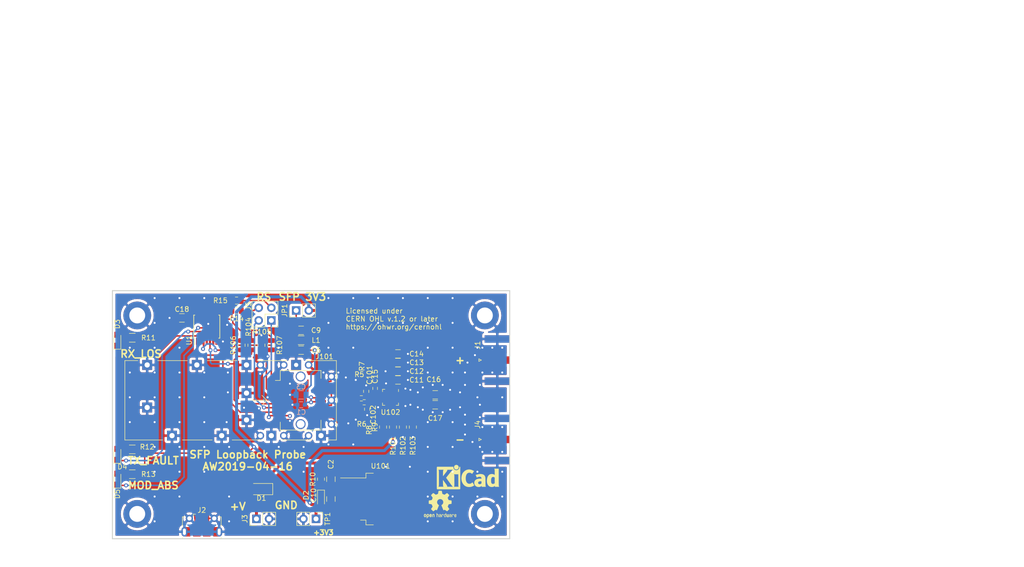
<source format=kicad_pcb>
(kicad_pcb (version 20171130) (host pcbnew 5.1.5-52549c5~84~ubuntu18.04.1)
  (title_block (title "SFP Loopback Board") (date 2019-04.16) (rev r2) (company "Anders.e.e.Wallin \"at\" gmail.com") (comment 1 "2019-04 add 100n caps before ONET-inputs"))
  (layers (0 F.Cu signal) (31 B.Cu signal) (34 B.Paste user) (35 F.Paste user) (36 B.SilkS user) (37 F.SilkS user) (38 B.Mask user) (39 F.Mask user) (44 Edge.Cuts user))
  (net 0 "")
  (net 1 GND)
  (net 2 SFP_VCC)
  (net 3 "Net-(C2-Pad1)")
  (net 4 "Net-(C9-Pad2)")
  (net 5 +3V3)
  (net 6 "Net-(C15-Pad2)")
  (net 7 "Net-(C15-Pad1)")
  (net 8 "Net-(D1-Pad2)")
  (net 9 "Net-(D2-Pad1)")
  (net 10 /P3+)
  (net 11 /P4+)
  (net 12 /P4-)
  (net 13 /P3-)
  (net 14 /P2+)
  (net 15 /P2-)
  (net 16 "Net-(D3-Pad1)")
  (net 17 "Net-(D3-Pad2)")
  (net 18 "Net-(D4-Pad2)")
  (net 19 "Net-(D4-Pad1)")
  (net 20 "Net-(D5-Pad1)")
  (net 21 "Net-(D5-Pad2)")
  (net 22 TX_FAULT)
  (net 23 MOD_ABS)
  (net 24 RX_LOS)
  (net 25 "Net-(J5-Pad4)")
  (net 26 "Net-(J5-Pad3)")
  (net 27 "Net-(C101-Pad1)")
  (net 28 "Net-(C102-Pad1)")
  (net 29 "Net-(J2-Pad3)")
  (net 30 "Net-(J2-Pad4)")
  (net 31 "Net-(J2-Pad2)")
  (net 32 /TH)
  (net 33 /LOS)
  (net 34 /DIS)
  (net 35 /VAR)
  (net 36 "Net-(U1-Pad12)")
  (net 37 "Net-(U1-Pad10)")
  (net 38 "Net-(U1-Pad8)")
  (net 39 "Net-(C103-Pad2)")
  (net 40 /P1+)
  (net 41 "Net-(C104-Pad2)")
  (net 42 /P1-)
  (net 43 "Net-(C105-Pad2)")
  (net 44 "Net-(C106-Pad2)")
  (net 45 "Net-(J101-Pad7)")
  (net 46 "Net-(J101-Pad9)")
  (net 47 "Net-(J101-Pad5)")
  (net 48 "Net-(J101-Pad4)")
  (net 49 "Net-(J101-Pad3)")
  (module Symbol:KiCad-Logo_5mm_SilkScreen (layer F.Cu) (at 166.6 113.1)
    (fp_text reference REF** hide)
    (fp_text value KiCad-Logo_5mm_SilkScreen hide)
  )
  (module Symbol:OSHW-Logo2_7.3x6mm_SilkScreen (layer F.Cu) (at 161 118.1)
    (fp_text reference REF** hide)
    (fp_text value OSHW-Logo2_7.3x6mm_SilkScreen hide)
  )
  (module Resistor_SMD:R_0805_2012Metric (layer F.Cu) (at 127 86 270)
    (fp_text reference R107 (at 0 -1.65 90) (layer F.SilkS))
    (fp_text value 4k7)
    (pad 2 smd roundrect (at 0.9375 0 270) (size 0.975 1.4) (layers F.Cu F.Paste F.Mask) (net 22 TX_FAULT))
    (pad 1 smd roundrect (at -0.9375 0 270) (size 0.975 1.4) (layers F.Cu F.Paste F.Mask) (net 5 +3V3))
  )
  (module Resistor_SMD:R_0805_2012Metric (layer F.Cu) (at 121 86 90)
    (fp_text reference R106 (at 0 -1.65 90) (layer F.SilkS))
    (fp_text value 4k7)
    (pad 2 smd roundrect (at 0.9375 0 90) (size 0.975 1.4) (layers F.Cu F.Paste F.Mask) (net 5 +3V3))
    (pad 1 smd roundrect (at -0.9375 0 90) (size 0.975 1.4) (layers F.Cu F.Paste F.Mask) (net 24 RX_LOS))
  )
  (module Resistor_SMD:R_0805_2012Metric (layer F.Cu) (at 125 86 90)
    (fp_text reference R105 (at 2.7 0.1 180) (layer F.SilkS))
    (fp_text value 0R)
    (pad 2 smd roundrect (at 0.9375 0 90) (size 0.975 1.4) (layers F.Cu F.Paste F.Mask) (net 1 GND))
    (pad 1 smd roundrect (at -0.9375 0 90) (size 0.975 1.4) (layers F.Cu F.Paste F.Mask) (net 49 "Net-(J101-Pad3)"))
  )
  (module Resistor_SMD:R_0805_2012Metric (layer F.Cu) (at 123 86 90)
    (fp_text reference R104 (at 3.7 -0.6 90) (layer F.SilkS))
    (fp_text value 4k7)
    (pad 2 smd roundrect (at 0.9375 0 90) (size 0.975 1.4) (layers F.Cu F.Paste F.Mask) (net 5 +3V3))
    (pad 1 smd roundrect (at -0.9375 0 90) (size 0.975 1.4) (layers F.Cu F.Paste F.Mask) (net 23 MOD_ABS))
  )
  (module Connector:Connector_SFP_and_Cage (layer F.Cu) (at 139.1 97.1)
    (fp_text reference J101 (at -1.4 -8.8) (layer F.SilkS))
    (fp_text value SFP+)
    (pad CAGE thru_hole circle (at -9.6 7.125) (size 1.5 1.5) (drill 0.95) (layers *.Cu *.Mask) (net 1 GND))
    (pad CAGE thru_hole circle (at -14.3 7.125) (size 1.5 1.5) (drill 0.95) (layers *.Cu *.Mask) (net 1 GND))
    (pad CAGE thru_hole circle (at -14.3 -7.125) (size 1.5 1.5) (drill 0.95) (layers *.Cu *.Mask) (net 1 GND))
    (pad CAGE thru_hole circle (at -9.6 -7.125) (size 1.5 1.5) (drill 0.95) (layers *.Cu *.Mask) (net 1 GND))
    (pad CAGE thru_hole circle (at -4.6 -7.125) (size 1.5 1.5) (drill 0.95) (layers *.Cu *.Mask) (net 1 GND))
    (pad CAGE thru_hole circle (at -4.6 7.125) (size 1.5 1.5) (drill 0.95) (layers *.Cu *.Mask) (net 1 GND))
    (pad CAGE thru_hole rect (at -17.1 -1.45) (size 2 2) (drill 1.05) (layers *.Cu *.Mask) (net 1 GND))
    (pad CAGE thru_hole rect (at -17.1 3.95) (size 2 2) (drill 1.05) (layers *.Cu *.Mask) (net 1 GND))
    (pad CAGE thru_hole rect (at -37.1 1.45) (size 2 2) (drill 1.05) (layers *.Cu *.Mask) (net 1 GND))
    (pad CAGE thru_hole rect (at -32.1 7.125) (size 2 2) (drill 1.05) (layers *.Cu *.Mask) (net 1 GND))
    (pad CAGE thru_hole rect (at -22.1 7.125) (size 2 2) (drill 1.05) (layers *.Cu *.Mask) (net 1 GND))
    (pad CAGE thru_hole rect (at -12.1 7.125) (size 2 2) (drill 1.05) (layers *.Cu *.Mask) (net 1 GND))
    (pad CAGE thru_hole rect (at -2.1 7.125) (size 2 2) (drill 1.05) (layers *.Cu *.Mask) (net 1 GND))
    (pad CAGE thru_hole circle (at 0 4.8) (size 1.5 1.5) (drill 0.95) (layers *.Cu *.Mask) (net 1 GND))
    (pad CAGE thru_hole circle (at 0 -4.8) (size 1.5 1.5) (drill 0.95) (layers *.Cu *.Mask) (net 1 GND))
    (pad CAGE thru_hole circle (at 0 0) (size 1.5 1.5) (drill 0.95) (layers *.Cu *.Mask) (net 1 GND))
    (pad CAGE thru_hole rect (at -37.1 -7.125) (size 2 2) (drill 1.05) (layers *.Cu *.Mask) (net 1 GND))
    (pad CAGE thru_hole rect (at -27.1 -7.125) (size 2 2) (drill 1.05) (layers *.Cu *.Mask) (net 1 GND))
    (pad CAGE thru_hole rect (at -17.1 -7.125) (size 2 2) (drill 1.05) (layers *.Cu *.Mask) (net 1 GND))
    (pad CAGE thru_hole rect (at -7.1 -7.125) (size 2 2) (drill 0.85) (layers *.Cu *.Mask) (net 1 GND))
    (pad "" np_thru_hole circle (at -6.2 -4.8) (size 2 2) (drill 1.55) (layers *.Cu *.Mask))
    (pad "" np_thru_hole circle (at -6.2 4.8) (size 2 2) (drill 1.55) (layers *.Cu *.Mask))
    (pad 20 smd rect (at -2.1 -3.8) (size 2 0.5) (layers F.Cu F.Paste F.Mask) (net 1 GND))
    (pad 19 smd rect (at -2.1 -3) (size 2 0.5) (layers F.Cu F.Paste F.Mask) (net 44 "Net-(C106-Pad2)"))
    (pad 18 smd rect (at -2.1 -2.2) (size 2 0.5) (layers F.Cu F.Paste F.Mask) (net 43 "Net-(C105-Pad2)"))
    (pad 17 smd rect (at -2.1 -1.4) (size 2 0.5) (layers F.Cu F.Paste F.Mask) (net 1 GND))
    (pad 16 smd rect (at -2.1 -0.6) (size 2 0.5) (layers F.Cu F.Paste F.Mask) (net 2 SFP_VCC))
    (pad 15 smd rect (at -2.1 0.2) (size 2 0.5) (layers F.Cu F.Paste F.Mask) (net 2 SFP_VCC))
    (pad 14 smd rect (at -2.1 1) (size 2 0.5) (layers F.Cu F.Paste F.Mask) (net 1 GND))
    (pad 13 smd rect (at -2.1 1.8) (size 2 0.5) (layers F.Cu F.Paste F.Mask) (net 39 "Net-(C103-Pad2)"))
    (pad 12 smd rect (at -2.1 2.6) (size 2 0.5) (layers F.Cu F.Paste F.Mask) (net 41 "Net-(C104-Pad2)"))
    (pad 11 smd rect (at -2.1 3.4) (size 2 0.5) (layers F.Cu F.Paste F.Mask) (net 1 GND))
    (pad 10 smd rect (at -10.3 3.8) (size 2 0.5) (layers F.Cu F.Paste F.Mask) (net 1 GND))
    (pad 9 smd rect (at -10.3 3) (size 2 0.5) (layers F.Cu F.Paste F.Mask) (net 46 "Net-(J101-Pad9)"))
    (pad 8 smd rect (at -10.3 2.2) (size 2 0.5) (layers F.Cu F.Paste F.Mask) (net 24 RX_LOS))
    (pad 7 smd rect (at -10.3 1.4) (size 2 0.5) (layers F.Cu F.Paste F.Mask) (net 45 "Net-(J101-Pad7)"))
    (pad 6 smd rect (at -10.3 0.6) (size 2 0.5) (layers F.Cu F.Paste F.Mask) (net 23 MOD_ABS))
    (pad 5 smd rect (at -10.3 -0.2) (size 2 0.5) (layers F.Cu F.Paste F.Mask) (net 47 "Net-(J101-Pad5)"))
    (pad 4 smd rect (at -10.3 -1) (size 2 0.5) (layers F.Cu F.Paste F.Mask) (net 48 "Net-(J101-Pad4)"))
    (pad 3 smd rect (at -10.3 -1.8) (size 2 0.5) (layers F.Cu F.Paste F.Mask) (net 49 "Net-(J101-Pad3)"))
    (pad 2 smd rect (at -10.3 -2.6) (size 2 0.5) (layers F.Cu F.Paste F.Mask) (net 22 TX_FAULT))
    (pad 1 smd rect (at -10.3 -3.4) (size 2 0.5) (layers F.Cu F.Paste F.Mask) (net 1 GND))
  )
  (module Diode_SMD:D_1206_3216Metric (layer F.Cu) (at 125 115 180)
    (fp_text reference D1 (at 0 -1.82) (layer F.SilkS))
    (fp_text value D)
    (pad 2 smd roundrect (at 1.4 0 180) (size 1.25 1.75) (layers F.Cu F.Paste F.Mask) (roundrect_rratio 0.2) (net 8 "Net-(D1-Pad2)"))
    (pad 1 smd roundrect (at -1.4 0 180) (size 1.25 1.75) (layers F.Cu F.Paste F.Mask) (roundrect_rratio 0.2) (net 3 "Net-(C2-Pad1)"))
  )
  (module Capacitor_SMD:C_0402_1005Metric (layer F.Cu) (at 141.9 93.9 180)
    (fp_text reference C106 hide)
    (fp_text value C_Small)
    (pad 2 smd roundrect (at 0.485 0 180) (size 0.59 0.64) (layers F.Cu F.Paste F.Mask) (net 44 "Net-(C106-Pad2)"))
    (pad 1 smd roundrect (at -0.485 0 180) (size 0.59 0.64) (layers F.Cu F.Paste F.Mask) (net 42 /P1-))
  )
  (module Capacitor_SMD:C_0402_1005Metric (layer F.Cu) (at 141.9 94.9 180)
    (fp_text reference C105 hide)
    (fp_text value C_Small)
    (pad 2 smd roundrect (at 0.485 0 180) (size 0.59 0.64) (layers F.Cu F.Paste F.Mask) (net 43 "Net-(C105-Pad2)"))
    (pad 1 smd roundrect (at -0.485 0 180) (size 0.59 0.64) (layers F.Cu F.Paste F.Mask) (net 40 /P1+))
  )
  (module Capacitor_SMD:C_0402_1005Metric (layer F.Cu) (at 141.9 100 180)
    (fp_text reference C104 hide)
    (fp_text value C_Small)
    (pad 2 smd roundrect (at 0.485 0 180) (size 0.59 0.64) (layers F.Cu F.Paste F.Mask) (net 41 "Net-(C104-Pad2)"))
    (pad 1 smd roundrect (at -0.485 0 180) (size 0.59 0.64) (layers F.Cu F.Paste F.Mask) (net 42 /P1-))
  )
  (module Capacitor_SMD:C_0402_1005Metric (layer F.Cu) (at 141.9 99 180)
    (fp_text reference C103 hide)
    (fp_text value C_Small)
    (pad 2 smd roundrect (at 0.485 0 180) (size 0.59 0.64) (layers F.Cu F.Paste F.Mask) (net 39 "Net-(C103-Pad2)"))
    (pad 1 smd roundrect (at -0.485 0 180) (size 0.59 0.64) (layers F.Cu F.Paste F.Mask) (net 40 /P1+))
  )
  (module Package_DFN_QFN:VQFN-16-1EP_3x3mm_P0.5mm_EP1.68x1.68mm (layer F.Cu) (at 151 96.5 270)
    (fp_text reference U102 (at 3 0 180) (layer F.SilkS))
    (fp_text value ONET1191PRGT)
    (pad 17 smd rect (at 0 0 270) (size 1.68 1.68) (layers F.Cu F.Mask) (net 1 GND))
    (pad 16 smd roundrect (at -0.75 -1.4625 270) (size 0.25 0.825) (layers F.Cu F.Paste F.Mask) (net 1 GND))
    (pad 15 smd roundrect (at -0.25 -1.4625 270) (size 0.25 0.825) (layers F.Cu F.Paste F.Mask) (net 10 /P3+))
    (pad 14 smd roundrect (at 0.25 -1.4625 270) (size 0.25 0.825) (layers F.Cu F.Paste F.Mask) (net 13 /P3-))
    (pad 13 smd roundrect (at 0.75 -1.4625 270) (size 0.25 0.825) (layers F.Cu F.Paste F.Mask) (net 1 GND))
    (pad 12 smd roundrect (at 1.4625 -0.75 270) (size 0.825 0.25) (layers F.Cu F.Paste F.Mask) (net 35 /VAR))
    (pad 11 smd roundrect (at 1.4625 -0.25 270) (size 0.825 0.25) (layers F.Cu F.Paste F.Mask) (net 34 /DIS))
    (pad 10 smd roundrect (at 1.4625 0.25 270) (size 0.825 0.25) (layers F.Cu F.Paste F.Mask) (net 33 /LOS))
    (pad 9 smd roundrect (at 1.4625 0.75 270) (size 0.825 0.25) (layers F.Cu F.Paste F.Mask) (net 32 /TH))
    (pad 8 smd roundrect (at 0.75 1.4625 270) (size 0.25 0.825) (layers F.Cu F.Paste F.Mask) (net 28 "Net-(C102-Pad1)"))
    (pad 7 smd roundrect (at 0.25 1.4625 270) (size 0.25 0.825) (layers F.Cu F.Paste F.Mask) (net 27 "Net-(C101-Pad1)"))
    (pad 6 smd roundrect (at -0.25 1.4625 270) (size 0.25 0.825) (layers F.Cu F.Paste F.Mask) (net 7 "Net-(C15-Pad1)"))
    (pad 5 smd roundrect (at -0.75 1.4625 270) (size 0.25 0.825) (layers F.Cu F.Paste F.Mask) (net 6 "Net-(C15-Pad2)"))
    (pad 4 smd roundrect (at -1.4625 0.75 270) (size 0.825 0.25) (layers F.Cu F.Paste F.Mask) (net 1 GND))
    (pad 3 smd roundrect (at -1.4625 0.25 270) (size 0.825 0.25) (layers F.Cu F.Paste F.Mask) (net 1 GND))
    (pad 2 smd roundrect (at -1.4625 -0.25 270) (size 0.825 0.25) (layers F.Cu F.Paste F.Mask) (net 5 +3V3))
    (pad 1 smd roundrect (at -1.4625 -0.75 270) (size 0.825 0.25) (layers F.Cu F.Paste F.Mask) (net 5 +3V3))
  )
  (module Package_TO_SOT_SMD:TO-263-5_TabPin3 (layer F.Cu) (at 149 117)
    (fp_text reference U101 (at 0 -6.65) (layer F.SilkS))
    (fp_text value LT1963AxQ-3.3)
    (pad 3 smd rect (at 3.375 0) (size 9.4 10.8) (layers F.Cu F.Mask) (net 1 GND))
    (pad 5 smd rect (at -5.775 3.4) (size 4.6 1.1) (layers F.Cu F.Paste F.Mask) (net 5 +3V3))
    (pad 4 smd rect (at -5.775 1.7) (size 4.6 1.1) (layers F.Cu F.Paste F.Mask) (net 5 +3V3))
    (pad 3 smd rect (at -5.775 0) (size 4.6 1.1) (layers F.Cu F.Paste F.Mask) (net 1 GND))
    (pad 2 smd rect (at -5.775 -1.7) (size 4.6 1.1) (layers F.Cu F.Paste F.Mask) (net 3 "Net-(C2-Pad1)"))
    (pad 1 smd rect (at -5.775 -3.4) (size 4.6 1.1) (layers F.Cu F.Paste F.Mask) (net 3 "Net-(C2-Pad1)"))
  )
  (module Resistor_SMD:R_0805_2012Metric (layer F.Cu) (at 137 113 90)
    (fp_text reference R10 (at 0 -1.65 90) (layer F.SilkS))
    (fp_text value 100R)
    (pad 2 smd roundrect (at 0.9375 0 90) (size 0.975 1.4) (layers F.Cu F.Paste F.Mask) (net 1 GND))
    (pad 1 smd roundrect (at -0.9375 0 90) (size 0.975 1.4) (layers F.Cu F.Paste F.Mask) (net 9 "Net-(D2-Pad1)"))
  )
  (module Resistor_SMD:R_0805_2012Metric (layer F.Cu) (at 149.5 102.5 90)
    (fp_text reference R9 (at 0 -1.65 90) (layer F.SilkS))
    (fp_text value 62k)
    (pad 2 smd roundrect (at 0.9375 0 90) (size 0.975 1.4) (layers F.Cu F.Paste F.Mask) (net 32 /TH))
    (pad 1 smd roundrect (at -0.9375 0 90) (size 0.975 1.4) (layers F.Cu F.Paste F.Mask) (net 1 GND))
  )
  (module Capacitor_SMD:C_0402_1005Metric (layer F.Cu) (at 147.5 97.5 180)
    (fp_text reference C102 (at 0 -2.5 270) (layer F.SilkS))
    (fp_text value 100n)
    (pad 2 smd roundrect (at 0.485 0 180) (size 0.59 0.64) (layers F.Cu F.Paste F.Mask) (net 15 /P2-))
    (pad 1 smd roundrect (at -0.485 0 180) (size 0.59 0.64) (layers F.Cu F.Paste F.Mask) (net 28 "Net-(C102-Pad1)"))
  )
  (module Capacitor_SMD:C_0402_1005Metric (layer F.Cu) (at 147.515 96.5 180)
    (fp_text reference C101 (at 0.75 4.5 270) (layer F.SilkS))
    (fp_text value 100n)
    (pad 2 smd roundrect (at 0.485 0 180) (size 0.59 0.64) (layers F.Cu F.Paste F.Mask) (net 14 /P2+))
    (pad 1 smd roundrect (at -0.485 0 180) (size 0.59 0.64) (layers F.Cu F.Paste F.Mask) (net 27 "Net-(C101-Pad1)"))
  )
  (module Capacitors_SMD:C_0603 (layer B.Cu) (at 133 98)
    (fp_text reference C1 (at 0 1.5) (layer B.SilkS) (effects (justify mirror)))
    (fp_text value 100p)
    (pad 1 smd rect (at -0.75 0) (size 0.8 0.75) (layers B.Cu B.Paste B.Mask) (net 1 GND))
    (pad 2 smd rect (at 0.75 0) (size 0.8 0.75) (layers B.Cu B.Paste B.Mask) (net 2 SFP_VCC))
  )
  (module Capacitors_SMD:C_0805 (layer F.Cu) (at 139 113 90)
    (fp_text reference C2 (at 3 0 90) (layer F.SilkS))
    (fp_text value 10u)
    (pad 1 smd rect (at -1 0 90) (size 1 1.25) (layers F.Cu F.Paste F.Mask) (net 3 "Net-(C2-Pad1)"))
    (pad 2 smd rect (at 1 0 90) (size 1 1.25) (layers F.Cu F.Paste F.Mask) (net 1 GND))
  )
  (module Capacitors_SMD:C_0805 (layer B.Cu) (at 133 96)
    (fp_text reference C3 (at 0 -1.6) (layer B.SilkS) (effects (justify mirror)))
    (fp_text value 1n)
    (pad 2 smd rect (at 1 0) (size 1 1.25) (layers B.Cu B.Paste B.Mask) (net 2 SFP_VCC))
    (pad 1 smd rect (at -1 0) (size 1 1.25) (layers B.Cu B.Paste B.Mask) (net 1 GND))
  )
  (module Capacitors_SMD:C_0805 (layer F.Cu) (at 133 87)
    (fp_text reference C6 (at 3 0) (layer F.SilkS))
    (fp_text value 100n)
    (pad 1 smd rect (at -1 0) (size 1 1.25) (layers F.Cu F.Paste F.Mask) (net 1 GND))
    (pad 2 smd rect (at 1 0) (size 1 1.25) (layers F.Cu F.Paste F.Mask) (net 2 SFP_VCC))
  )
  (module Capacitors_SMD:C_0805 (layer F.Cu) (at 133 83 180)
    (fp_text reference C9 (at -3 0 180) (layer F.SilkS))
    (fp_text value 4u7)
    (pad 1 smd rect (at -1 0 180) (size 1 1.25) (layers F.Cu F.Paste F.Mask) (net 1 GND))
    (pad 2 smd rect (at 1 0 180) (size 1 1.25) (layers F.Cu F.Paste F.Mask) (net 4 "Net-(C9-Pad2)"))
  )
  (module Capacitors_SMD:C_0805 (layer F.Cu) (at 139 117 90)
    (fp_text reference C10 (at 0.75 -3.5 90) (layer F.SilkS))
    (fp_text value 10u)
    (pad 2 smd rect (at 1 0 90) (size 1 1.25) (layers F.Cu F.Paste F.Mask) (net 1 GND))
    (pad 1 smd rect (at -1 0 90) (size 1 1.25) (layers F.Cu F.Paste F.Mask) (net 5 +3V3))
  )
  (module Capacitors_SMD:C_0805 (layer F.Cu) (at 152.5 93 180)
    (fp_text reference C11 (at -3.75 0 180) (layer F.SilkS))
    (fp_text value 100p)
    (pad 1 smd rect (at -1 0 180) (size 1 1.25) (layers F.Cu F.Paste F.Mask) (net 1 GND))
    (pad 2 smd rect (at 1 0 180) (size 1 1.25) (layers F.Cu F.Paste F.Mask) (net 5 +3V3))
  )
  (module Capacitors_SMD:C_0805 (layer F.Cu) (at 152.5 91.25 180)
    (fp_text reference C12 (at -3.75 0 180) (layer F.SilkS))
    (fp_text value 1n)
    (pad 2 smd rect (at 1 0 180) (size 1 1.25) (layers F.Cu F.Paste F.Mask) (net 5 +3V3))
    (pad 1 smd rect (at -1 0 180) (size 1 1.25) (layers F.Cu F.Paste F.Mask) (net 1 GND))
  )
  (module Capacitors_SMD:C_0805 (layer F.Cu) (at 152.5 89.5 180)
    (fp_text reference C13 (at -3.75 0 180) (layer F.SilkS))
    (fp_text value 100n)
    (pad 1 smd rect (at -1 0 180) (size 1 1.25) (layers F.Cu F.Paste F.Mask) (net 1 GND))
    (pad 2 smd rect (at 1 0 180) (size 1 1.25) (layers F.Cu F.Paste F.Mask) (net 5 +3V3))
  )
  (module Capacitors_SMD:C_0805 (layer F.Cu) (at 152.5 87.75 180)
    (fp_text reference C14 (at -3.75 0 180) (layer F.SilkS))
    (fp_text value 4u7)
    (pad 2 smd rect (at 1 0 180) (size 1 1.25) (layers F.Cu F.Paste F.Mask) (net 5 +3V3))
    (pad 1 smd rect (at -1 0 180) (size 1 1.25) (layers F.Cu F.Paste F.Mask) (net 1 GND))
  )
  (module Capacitors_SMD:C_0805 (layer F.Cu) (at 160 96 180)
    (fp_text reference C16 (at 0.3 3.1 180) (layer F.SilkS))
    (fp_text value 100n)
    (pad 2 smd rect (at 1 0 180) (size 1 1.25) (layers F.Cu F.Paste F.Mask) (net 10 /P3+))
    (pad 1 smd rect (at -1 0 180) (size 1 1.25) (layers F.Cu F.Paste F.Mask) (net 11 /P4+))
  )
  (module Capacitors_SMD:C_0805 (layer F.Cu) (at 160 98 180)
    (fp_text reference C17 (at 0 -2.7 180) (layer F.SilkS))
    (fp_text value 100n)
    (pad 1 smd rect (at -1 0 180) (size 1 1.25) (layers F.Cu F.Paste F.Mask) (net 12 /P4-))
    (pad 2 smd rect (at 1 0 180) (size 1 1.25) (layers F.Cu F.Paste F.Mask) (net 13 /P3-))
  )
  (module LEDs:LED_0805 (layer F.Cu) (at 137 117 270)
    (fp_text reference D2 (at -0.75 3 270) (layer F.SilkS))
    (fp_text value LED)
    (pad 1 smd rect (at -1.1 0 90) (size 1.2 1.2) (layers F.Cu F.Paste F.Mask) (net 9 "Net-(D2-Pad1)"))
    (pad 2 smd rect (at 1.1 0 90) (size 1.2 1.2) (layers F.Cu F.Paste F.Mask) (net 5 +3V3))
  )
  (module Connectors_USB:USB_Micro-B_Molex-105017-0001 (layer F.Cu) (at 113 123.25)
    (fp_text reference J2 (at 0 -4) (layer F.SilkS))
    (fp_text value USB_B_Micro)
    (pad 6 smd rect (at -2.9 0.35) (size 1.2 1.9) (layers F.Cu F.Mask) (net 1 GND))
    (pad 6 smd rect (at 2.9 0.35) (size 1.2 1.9) (layers F.Cu F.Mask) (net 1 GND))
    (pad 6 thru_hole oval (at 3.5 0.35) (size 1.2 1.9) (drill oval 0.6 1.3) (layers *.Cu *.Mask) (net 1 GND))
    (pad 6 thru_hole oval (at -3.5 0.35 180) (size 1.2 1.9) (drill oval 0.6 1.3) (layers *.Cu *.Mask) (net 1 GND))
    (pad 6 smd rect (at -1 0.35) (size 1.5 1.9) (layers F.Cu F.Paste F.Mask) (net 1 GND))
    (pad 6 thru_hole circle (at 2.5 -2.35) (size 1.45 1.45) (drill 0.85) (layers *.Cu *.Mask) (net 1 GND))
    (pad 3 smd rect (at 0 -2.35) (size 0.4 1.35) (layers F.Cu F.Paste F.Mask) (net 29 "Net-(J2-Pad3)"))
    (pad 4 smd rect (at 0.65 -2.35) (size 0.4 1.35) (layers F.Cu F.Paste F.Mask) (net 30 "Net-(J2-Pad4)"))
    (pad 5 smd rect (at 1.3 -2.35) (size 0.4 1.35) (layers F.Cu F.Paste F.Mask) (net 1 GND))
    (pad 1 smd rect (at -1.3 -2.35) (size 0.4 1.35) (layers F.Cu F.Paste F.Mask) (net 3 "Net-(C2-Pad1)"))
    (pad 2 smd rect (at -0.65 -2.35) (size 0.4 1.35) (layers F.Cu F.Paste F.Mask) (net 31 "Net-(J2-Pad2)"))
    (pad 6 thru_hole circle (at -2.5 -2.35) (size 1.45 1.45) (drill 0.85) (layers *.Cu *.Mask) (net 1 GND))
    (pad 6 smd rect (at 1 0.35) (size 1.5 1.9) (layers F.Cu F.Paste F.Mask) (net 1 GND))
  )
  (module Pin_Headers:Pin_Header_Straight_1x02_Pitch2.54mm (layer F.Cu) (at 124 121 90)
    (fp_text reference J3 (at 0 -2.33 90) (layer F.SilkS))
    (fp_text value Conn_01x02)
    (pad 2 thru_hole oval (at 0 2.54 90) (size 1.7 1.7) (drill 1) (layers *.Cu *.Mask) (net 1 GND))
    (pad 1 thru_hole rect (at 0 0 90) (size 1.7 1.7) (drill 1) (layers *.Cu *.Mask) (net 8 "Net-(D1-Pad2)"))
  )
  (module Pin_Headers:Pin_Header_Straight_1x02_Pitch2.54mm (layer F.Cu) (at 132 79 90)
    (fp_text reference JP1 (at 0 -2.33 90) (layer F.SilkS))
    (fp_text value SFP_ENA)
    (pad 1 thru_hole rect (at 0 0 90) (size 1.7 1.7) (drill 1) (layers *.Cu *.Mask) (net 4 "Net-(C9-Pad2)"))
    (pad 2 thru_hole oval (at 0 2.54 90) (size 1.7 1.7) (drill 1) (layers *.Cu *.Mask) (net 5 +3V3))
  )
  (module Inductors_SMD:L_0805 (layer F.Cu) (at 133 85)
    (fp_text reference L1 (at 3 0) (layer F.SilkS))
    (fp_text value 2u2)
    (pad 2 smd rect (at 0.95 0) (size 0.7 1.3) (layers F.Cu F.Paste F.Mask) (net 2 SFP_VCC))
    (pad 1 smd rect (at -0.95 0) (size 0.7 1.3) (layers F.Cu F.Paste F.Mask) (net 4 "Net-(C9-Pad2)"))
  )
  (module Pin_Headers:Pin_Header_Straight_1x02_Pitch2.54mm (layer F.Cu) (at 136 121 270)
    (fp_text reference TP1 (at 0 -2.33 270) (layer F.SilkS))
    (fp_text value Test3V3)
    (pad 2 thru_hole oval (at 0 2.54 270) (size 1.7 1.7) (drill 1) (layers *.Cu *.Mask) (net 1 GND))
    (pad 1 thru_hole rect (at 0 0 270) (size 1.7 1.7) (drill 1) (layers *.Cu *.Mask) (net 5 +3V3))
  )
  (module Connector_Coaxial:SMA_Amphenol_132289_EdgeMount (layer F.Cu) (at 172.5 89)
    (fp_text reference J1 (at -3.96 -3 90) (layer F.SilkS))
    (fp_text value Conn_Coaxial)
    (pad 2 smd rect (at 0 4.25 90) (size 1.5 5.08) (layers B.Cu B.Paste B.Mask) (net 1 GND))
    (pad 2 smd rect (at 0 -4.25 90) (size 1.5 5.08) (layers B.Cu B.Paste B.Mask) (net 1 GND))
    (pad 2 smd rect (at 0 4.25 90) (size 1.5 5.08) (layers F.Cu F.Paste F.Mask) (net 1 GND))
    (pad 2 smd rect (at 0 -4.25 90) (size 1.5 5.08) (layers F.Cu F.Paste F.Mask) (net 1 GND))
    (pad 1 smd rect (at 0 0 90) (size 1.5 5.08) (layers F.Cu F.Paste F.Mask) (net 11 /P4+))
  )
  (module Connector_Coaxial:SMA_Amphenol_132289_EdgeMount (layer F.Cu) (at 172.5 105)
    (fp_text reference J4 (at -3.96 -3 90) (layer F.SilkS))
    (fp_text value Conn_Coaxial)
    (pad 1 smd rect (at 0 0 90) (size 1.5 5.08) (layers F.Cu F.Paste F.Mask) (net 12 /P4-))
    (pad 2 smd rect (at 0 -4.25 90) (size 1.5 5.08) (layers F.Cu F.Paste F.Mask) (net 1 GND))
    (pad 2 smd rect (at 0 4.25 90) (size 1.5 5.08) (layers F.Cu F.Paste F.Mask) (net 1 GND))
    (pad 2 smd rect (at 0 -4.25 90) (size 1.5 5.08) (layers B.Cu B.Paste B.Mask) (net 1 GND))
    (pad 2 smd rect (at 0 4.25 90) (size 1.5 5.08) (layers B.Cu B.Paste B.Mask) (net 1 GND))
  )
  (module MountingHole:MountingHole_3.2mm_M3_DIN965_Pad (layer F.Cu) (at 100 80)
    (fp_text reference H101 hide)
    (fp_text value MountingHole_Pad)
    (pad 1 thru_hole circle (at 0 0) (size 5.6 5.6) (drill 3.2) (layers *.Cu *.Mask) (net 1 GND))
  )
  (module MountingHole:MountingHole_3.2mm_M3_DIN965_Pad (layer F.Cu) (at 100 120)
    (fp_text reference H102 hide)
    (fp_text value MountingHole_Pad)
    (pad 1 thru_hole circle (at 0 0) (size 5.6 5.6) (drill 3.2) (layers *.Cu *.Mask) (net 1 GND))
  )
  (module MountingHole:MountingHole_3.2mm_M3_DIN965_Pad (layer F.Cu) (at 170 120)
    (fp_text reference H103 hide)
    (fp_text value MountingHole_Pad)
    (pad 1 thru_hole circle (at 0 0) (size 5.6 5.6) (drill 3.2) (layers *.Cu *.Mask) (net 1 GND))
  )
  (module MountingHole:MountingHole_3.2mm_M3_DIN965_Pad (layer F.Cu) (at 170 80)
    (fp_text reference H104 hide)
    (fp_text value MountingHole_Pad)
    (pad 1 thru_hole circle (at 0 0) (size 5.6 5.6) (drill 3.2) (layers *.Cu *.Mask) (net 1 GND))
  )
  (module Resistor_SMD:R_0805_2012Metric (layer F.Cu) (at 151.5 102.5 90)
    (fp_text reference R101 (at -3.75 0 90) (layer F.SilkS))
    (fp_text value 10k)
    (pad 2 smd roundrect (at 0.9375 0 90) (size 0.975 1.4) (layers F.Cu F.Paste F.Mask) (net 33 /LOS))
    (pad 1 smd roundrect (at -0.9375 0 90) (size 0.975 1.4) (layers F.Cu F.Paste F.Mask) (net 5 +3V3))
  )
  (module Resistor_SMD:R_0805_2012Metric (layer F.Cu) (at 153.5 102.5 90)
    (fp_text reference R102 (at -3.75 0 90) (layer F.SilkS))
    (fp_text value 0R)
    (pad 1 smd roundrect (at -0.9375 0 90) (size 0.975 1.4) (layers F.Cu F.Paste F.Mask) (net 1 GND))
    (pad 2 smd roundrect (at 0.9375 0 90) (size 0.975 1.4) (layers F.Cu F.Paste F.Mask) (net 34 /DIS))
  )
  (module Resistor_SMD:R_0805_2012Metric (layer F.Cu) (at 155.5 102.5 90)
    (fp_text reference R103 (at -3.75 0 90) (layer F.SilkS))
    (fp_text value DNI)
    (pad 1 smd roundrect (at -0.9375 0 90) (size 0.975 1.4) (layers F.Cu F.Paste F.Mask) (net 1 GND))
    (pad 2 smd roundrect (at 0.9375 0 90) (size 0.975 1.4) (layers F.Cu F.Paste F.Mask) (net 35 /VAR))
  )
  (module Resistors_SMD:R_0402 (layer F.Cu) (at 145.125 96.7)
    (fp_text reference R5 (at -0.4 -4.8) (layer F.SilkS))
    (fp_text value 500R)
    (pad 2 smd rect (at 0.45 0) (size 0.4 0.6) (layers F.Cu F.Paste F.Mask) (net 14 /P2+))
    (pad 1 smd rect (at -0.45 0) (size 0.4 0.6) (layers F.Cu F.Paste F.Mask) (net 40 /P1+))
  )
  (module Resistors_SMD:R_0402 (layer F.Cu) (at 145.7 97.5 180)
    (fp_text reference R6 (at 0.5 -4.4 180) (layer F.SilkS))
    (fp_text value 500R)
    (pad 2 smd rect (at 0.45 0 180) (size 0.4 0.6) (layers F.Cu F.Paste F.Mask) (net 42 /P1-))
    (pad 1 smd rect (at -0.45 0 180) (size 0.4 0.6) (layers F.Cu F.Paste F.Mask) (net 15 /P2-))
  )
  (module Resistors_SMD:R_0402 (layer F.Cu) (at 146.1 95.3 270)
    (fp_text reference R7 (at -5.05 0.85 270) (layer F.SilkS))
    (fp_text value 49R9)
    (pad 1 smd rect (at -0.45 0 270) (size 0.4 0.6) (layers F.Cu F.Paste F.Mask) (net 1 GND))
    (pad 2 smd rect (at 0.45 0 270) (size 0.4 0.6) (layers F.Cu F.Paste F.Mask) (net 14 /P2+))
  )
  (module Resistors_SMD:R_0402 (layer F.Cu) (at 146.3 98.9 90)
    (fp_text reference R8 (at -4.2 0.4 90) (layer F.SilkS))
    (fp_text value 49R9)
    (pad 1 smd rect (at -0.45 0 90) (size 0.4 0.6) (layers F.Cu F.Paste F.Mask) (net 1 GND))
    (pad 2 smd rect (at 0.45 0 90) (size 0.4 0.6) (layers F.Cu F.Paste F.Mask) (net 15 /P2-))
  )
  (module Capacitors_SMD:C_0402 (layer F.Cu) (at 147.9 94.7 90)
    (fp_text reference C15 (at 2.4 0 90) (layer F.SilkS))
    (fp_text value 100n)
    (pad 2 smd rect (at 0.55 0 90) (size 0.6 0.5) (layers F.Cu F.Paste F.Mask) (net 6 "Net-(C15-Pad2)"))
    (pad 1 smd rect (at -0.55 0 90) (size 0.6 0.5) (layers F.Cu F.Paste F.Mask) (net 7 "Net-(C15-Pad1)"))
  )
  (module LEDs:LED_0805 (layer F.Cu) (at 96 85 90)
    (fp_text reference D3 (at 3.25 0 90) (layer F.SilkS))
    (fp_text value LED)
    (pad 1 smd rect (at -1.1 0 270) (size 1.2 1.2) (layers F.Cu F.Paste F.Mask) (net 16 "Net-(D3-Pad1)"))
    (pad 2 smd rect (at 1.1 0 270) (size 1.2 1.2) (layers F.Cu F.Paste F.Mask) (net 17 "Net-(D3-Pad2)"))
  )
  (module LEDs:LED_0805 (layer F.Cu) (at 96 108 90)
    (fp_text reference D4 (at -2.5 1 180) (layer F.SilkS))
    (fp_text value LED)
    (pad 2 smd rect (at 1.1 0 270) (size 1.2 1.2) (layers F.Cu F.Paste F.Mask) (net 18 "Net-(D4-Pad2)"))
    (pad 1 smd rect (at -1.1 0 270) (size 1.2 1.2) (layers F.Cu F.Paste F.Mask) (net 19 "Net-(D4-Pad1)"))
  )
  (module LEDs:LED_0805 (layer F.Cu) (at 96 113 90)
    (fp_text reference D5 (at -3 0 90) (layer F.SilkS))
    (fp_text value LED)
    (pad 1 smd rect (at -1.1 0 270) (size 1.2 1.2) (layers F.Cu F.Paste F.Mask) (net 20 "Net-(D5-Pad1)"))
    (pad 2 smd rect (at 1.1 0 270) (size 1.2 1.2) (layers F.Cu F.Paste F.Mask) (net 21 "Net-(D5-Pad2)"))
  )
  (module Resistors_SMD:R_0805 (layer F.Cu) (at 99 84.5 180)
    (fp_text reference R11 (at -3.25 0 180) (layer F.SilkS))
    (fp_text value R)
    (pad 2 smd rect (at 0.95 0 180) (size 0.7 1.3) (layers F.Cu F.Paste F.Mask) (net 17 "Net-(D3-Pad2)"))
    (pad 1 smd rect (at -0.95 0 180) (size 0.7 1.3) (layers F.Cu F.Paste F.Mask) (net 5 +3V3))
  )
  (module Resistors_SMD:R_0805 (layer F.Cu) (at 99 107 180)
    (fp_text reference R12 (at -3 0.5 180) (layer F.SilkS))
    (fp_text value R)
    (pad 1 smd rect (at -0.95 0 180) (size 0.7 1.3) (layers F.Cu F.Paste F.Mask) (net 5 +3V3))
    (pad 2 smd rect (at 0.95 0 180) (size 0.7 1.3) (layers F.Cu F.Paste F.Mask) (net 18 "Net-(D4-Pad2)"))
  )
  (module Resistors_SMD:R_0805 (layer F.Cu) (at 99 112 180)
    (fp_text reference R13 (at -3.25 0 180) (layer F.SilkS))
    (fp_text value R)
    (pad 2 smd rect (at 0.95 0 180) (size 0.7 1.3) (layers F.Cu F.Paste F.Mask) (net 21 "Net-(D5-Pad2)"))
    (pad 1 smd rect (at -0.95 0 180) (size 0.7 1.3) (layers F.Cu F.Paste F.Mask) (net 5 +3V3))
  )
  (module Capacitors_SMD:C_0805 (layer F.Cu) (at 109 80.5 180)
    (fp_text reference C18 (at 0 1.75 180) (layer F.SilkS))
    (fp_text value 100n)
    (pad 2 smd rect (at 1 0 180) (size 1 1.25) (layers F.Cu F.Paste F.Mask) (net 1 GND))
    (pad 1 smd rect (at -1 0 180) (size 1 1.25) (layers F.Cu F.Paste F.Mask) (net 5 +3V3))
  )
  (module Housings_SSOP:TSSOP-14_4.4x5mm_Pitch0.65mm (layer F.Cu) (at 114 82.25 90)
    (fp_text reference U1 (at -2.75 -3.55 90) (layer F.SilkS))
    (fp_text value 74HC14)
    (pad 14 smd rect (at 2.95 -1.95 90) (size 1.45 0.45) (layers F.Cu F.Paste F.Mask) (net 5 +3V3))
    (pad 13 smd rect (at 2.95 -1.3 90) (size 1.45 0.45) (layers F.Cu F.Paste F.Mask) (net 1 GND))
    (pad 12 smd rect (at 2.95 -0.65 90) (size 1.45 0.45) (layers F.Cu F.Paste F.Mask) (net 36 "Net-(U1-Pad12)"))
    (pad 11 smd rect (at 2.95 0 90) (size 1.45 0.45) (layers F.Cu F.Paste F.Mask) (net 1 GND))
    (pad 10 smd rect (at 2.95 0.65 90) (size 1.45 0.45) (layers F.Cu F.Paste F.Mask) (net 37 "Net-(U1-Pad10)"))
    (pad 9 smd rect (at 2.95 1.3 90) (size 1.45 0.45) (layers F.Cu F.Paste F.Mask) (net 1 GND))
    (pad 8 smd rect (at 2.95 1.95 90) (size 1.45 0.45) (layers F.Cu F.Paste F.Mask) (net 38 "Net-(U1-Pad8)"))
    (pad 7 smd rect (at -2.95 1.95 90) (size 1.45 0.45) (layers F.Cu F.Paste F.Mask) (net 1 GND))
    (pad 6 smd rect (at -2.95 1.3 90) (size 1.45 0.45) (layers F.Cu F.Paste F.Mask) (net 20 "Net-(D5-Pad1)"))
    (pad 5 smd rect (at -2.95 0.65 90) (size 1.45 0.45) (layers F.Cu F.Paste F.Mask) (net 23 MOD_ABS))
    (pad 4 smd rect (at -2.95 0 90) (size 1.45 0.45) (layers F.Cu F.Paste F.Mask) (net 19 "Net-(D4-Pad1)"))
    (pad 3 smd rect (at -2.95 -0.65 90) (size 1.45 0.45) (layers F.Cu F.Paste F.Mask) (net 22 TX_FAULT))
    (pad 2 smd rect (at -2.95 -1.3 90) (size 1.45 0.45) (layers F.Cu F.Paste F.Mask) (net 16 "Net-(D3-Pad1)"))
    (pad 1 smd rect (at -2.95 -1.95 90) (size 1.45 0.45) (layers F.Cu F.Paste F.Mask) (net 24 RX_LOS))
  )
  (module Pin_Headers:Pin_Header_Straight_2x02_Pitch2.54mm (layer F.Cu) (at 127 81 180)
    (fp_text reference J5 (at 4.6 2.9 270) (layer F.SilkS))
    (fp_text value RS_JMP)
    (pad 4 thru_hole oval (at 2.54 2.54 180) (size 1.7 1.7) (drill 1) (layers *.Cu *.Mask) (net 25 "Net-(J5-Pad4)"))
    (pad 3 thru_hole oval (at 0 2.54 180) (size 1.7 1.7) (drill 1) (layers *.Cu *.Mask) (net 26 "Net-(J5-Pad3)"))
    (pad 2 thru_hole oval (at 2.54 0 180) (size 1.7 1.7) (drill 1) (layers *.Cu *.Mask) (net 45 "Net-(J101-Pad7)"))
    (pad 1 thru_hole rect (at 0 0 180) (size 1.7 1.7) (drill 1) (layers *.Cu *.Mask) (net 46 "Net-(J101-Pad9)"))
  )
  (module Resistor_SMD:R_0805_2012Metric (layer F.Cu) (at 120 79 180)
    (fp_text reference R14 (at 0 -1.65 180) (layer F.SilkS))
    (fp_text value 4k7)
    (pad 1 smd roundrect (at -0.9375 0 180) (size 0.975 1.4) (layers F.Cu F.Paste F.Mask) (net 25 "Net-(J5-Pad4)"))
    (pad 2 smd roundrect (at 0.9375 0 180) (size 0.975 1.4) (layers F.Cu F.Paste F.Mask) (net 5 +3V3))
  )
  (module Resistor_SMD:R_0805_2012Metric (layer F.Cu) (at 120 77 180)
    (fp_text reference R15 (at 3.25 0 180) (layer F.SilkS))
    (fp_text value 4k7)
    (pad 2 smd roundrect (at 0.9375 0 180) (size 0.975 1.4) (layers F.Cu F.Paste F.Mask) (net 5 +3V3))
    (pad 1 smd roundrect (at -0.9375 0 180) (size 0.975 1.4) (layers F.Cu F.Paste F.Mask) (net 26 "Net-(J5-Pad3)"))
  )
  (gr_text "Licensed under \nCERN OHL v.1.2 or later\nhttps://ohwr.org/cernohl" (at 141.9 80.7) (layer F.SilkS) (effects (font (size 1 1)) (justify left)))
  (gr_text RS (at 125.5 76.25) (layer F.SilkS) (effects (font (size 1.5 1.5) (thickness 0.3))))
  (gr_text MOD_ABS (at 103.25 114.25) (layer F.SilkS) (effects (font (size 1.5 1.5) (thickness 0.3))))
  (gr_text TX_FAULT (at 103.25 109.25) (layer F.SilkS) (effects (font (size 1.5 1.5) (thickness 0.3))))
  (gr_text RX_LOS (at 100.75 87.75) (layer F.SilkS) (effects (font (size 1.5 1.5) (thickness 0.3))))
  (gr_text "SFP 3V3" (at 133.25 76.25) (layer F.SilkS) (effects (font (size 1.5 1.5) (thickness 0.3))))
  (gr_text "SFP Loopback Probe\nAW2019-04-16" (at 122.25 109.25) (layer F.SilkS) (effects (font (size 1.5 1.5) (thickness 0.3))))
  (gr_text +3V3 (at 137.5 123.75) (layer F.SilkS) (effects (font (size 1 1) (thickness 0.25))))
  (gr_text GND (at 130 118.25) (layer F.SilkS) (effects (font (size 1.5 1.5) (thickness 0.3))))
  (gr_text +V (at 120.25 118.5) (layer F.SilkS) (effects (font (size 1.5 1.5) (thickness 0.3))))
  (gr_text - (at 165 105) (layer F.SilkS) (effects (font (size 1.5 1.5) (thickness 0.3))))
  (gr_text + (at 165 89) (layer F.SilkS) (effects (font (size 1.5 1.5) (thickness 0.3))))
  (gr_line (start 95 125) (end 95 75) (layer Edge.Cuts) (width 0.2))
  (gr_line (start 175 125) (end 95 125) (layer Edge.Cuts) (width 0.2))
  (gr_line (start 175 75) (end 175 125) (layer Edge.Cuts) (width 0.2))
  (gr_line (start 95 75) (end 175 75) (layer Edge.Cuts) (width 0.2))
  (segment (start 132.25 96.25) (end 132 96) (width 0.3) (layer B.Cu) (net 1))
  (segment (start 132.25 98) (end 132.25 96.25) (width 0.3) (layer B.Cu) (net 1))
  (segment (start 137 100.6) (end 139.35 100.6) (width 0.3) (layer F.Cu) (net 1))
  (via (at 142.5 101.75) (size 0.8) (drill 0.4) (layers F.Cu B.Cu) (net 1))
  (segment (start 140.5 101.75) (end 142.5 101.75) (width 0.3) (layer F.Cu) (net 1))
  (segment (start 139.35 100.6) (end 140.5 101.75) (width 0.3) (layer F.Cu) (net 1))
  (via (at 131.25 98) (size 0.8) (drill 0.4) (layers F.Cu B.Cu) (net 1))
  (via (at 130.75 96) (size 0.8) (drill 0.4) (layers F.Cu B.Cu) (net 1))
  (via (at 130.75 101.25) (size 0.8) (drill 0.4) (layers F.Cu B.Cu) (net 1))
  (segment (start 130.5 101) (end 130.75 101.25) (width 0.3) (layer F.Cu) (net 1))
  (segment (start 128.8 101) (end 130.5 101) (width 0.3) (layer F.Cu) (net 1))
  (via (at 130.75 93.75) (size 0.8) (drill 0.4) (layers F.Cu B.Cu) (net 1))
  (segment (start 130.7 93.8) (end 130.75 93.75) (width 0.3) (layer F.Cu) (net 1))
  (segment (start 128.8 93.8) (end 130.7 93.8) (width 0.3) (layer F.Cu) (net 1))
  (via (at 146.3 100.1) (size 0.8) (drill 0.4) (layers F.Cu B.Cu) (net 1))
  (via (at 146.1 94.1) (size 0.8) (drill 0.4) (layers F.Cu B.Cu) (net 1))
  (via (at 150 91.25) (size 0.8) (drill 0.4) (layers F.Cu B.Cu) (net 1))
  (segment (start 150.75 96.25) (end 151 96.5) (width 0.3) (layer F.Cu) (net 1))
  (segment (start 150.75 95.025) (end 150.75 96.25) (width 0.3) (layer F.Cu) (net 1))
  (segment (start 150.25 95.75) (end 151 96.5) (width 0.3) (layer F.Cu) (net 1))
  (segment (start 150.25 95.025) (end 150.25 95.75) (width 0.3) (layer F.Cu) (net 1))
  (segment (start 151.75 97.25) (end 151 96.5) (width 0.3) (layer F.Cu) (net 1))
  (segment (start 152.475 97.25) (end 151.75 97.25) (width 0.3) (layer F.Cu) (net 1))
  (segment (start 151.75 95.75) (end 151 96.5) (width 0.3) (layer F.Cu) (net 1))
  (segment (start 152.475 95.75) (end 151.75 95.75) (width 0.3) (layer F.Cu) (net 1))
  (via (at 154 98.25) (size 0.8) (drill 0.4) (layers F.Cu B.Cu) (net 1))
  (segment (start 153 97.25) (end 154 98.25) (width 0.3) (layer F.Cu) (net 1))
  (segment (start 152.475 97.25) (end 153 97.25) (width 0.3) (layer F.Cu) (net 1))
  (via (at 154 94.75) (size 0.8) (drill 0.4) (layers F.Cu B.Cu) (net 1))
  (segment (start 153 95.75) (end 154 94.75) (width 0.3) (layer F.Cu) (net 1))
  (segment (start 152.475 95.75) (end 153 95.75) (width 0.3) (layer F.Cu) (net 1))
  (via (at 154.5 93) (size 0.8) (drill 0.4) (layers F.Cu B.Cu) (net 1))
  (via (at 154.5 91.25) (size 0.8) (drill 0.4) (layers F.Cu B.Cu) (net 1))
  (via (at 154.5 89.5) (size 0.8) (drill 0.4) (layers F.Cu B.Cu) (net 1))
  (via (at 154.5 87.75) (size 0.8) (drill 0.4) (layers F.Cu B.Cu) (net 1))
  (via (at 153.5 104.5) (size 0.8) (drill 0.4) (layers F.Cu B.Cu) (net 1))
  (via (at 155.5 104.5) (size 0.8) (drill 0.4) (layers F.Cu B.Cu) (net 1))
  (via (at 148.5 98.5) (size 0.8) (drill 0.4) (layers F.Cu B.Cu) (net 1))
  (segment (start 114.3 120.9) (end 115.5 120.9) (width 0.3) (layer F.Cu) (net 1))
  (segment (start 114 123.6) (end 115.9 123.6) (width 0.3) (layer F.Cu) (net 1))
  (segment (start 114 123.6) (end 112 123.6) (width 0.3) (layer F.Cu) (net 1))
  (segment (start 112 123.6) (end 110.1 123.6) (width 0.3) (layer F.Cu) (net 1))
  (segment (start 109.5 121.9) (end 109.5 123.6) (width 0.3) (layer F.Cu) (net 1))
  (segment (start 110.5 120.9) (end 109.5 121.9) (width 0.3) (layer F.Cu) (net 1))
  (segment (start 115.5 120.9) (end 116.5 121.9) (width 0.3) (layer F.Cu) (net 1))
  (segment (start 116.5 121.9) (end 116.5 123.6) (width 0.3) (layer F.Cu) (net 1))
  (segment (start 143.275 117.225) (end 152.425 117.225) (width 0.3) (layer F.Cu) (net 1))
  (via (at 168.5 96.5) (size 0.8) (drill 0.4) (layers F.Cu B.Cu) (net 1))
  (via (at 173.5 96.5) (size 0.8) (drill 0.4) (layers F.Cu B.Cu) (net 1))
  (via (at 163.5 101.5) (size 0.8) (drill 0.4) (layers F.Cu B.Cu) (net 1))
  (via (at 163.5 91.5) (size 0.8) (drill 0.4) (layers F.Cu B.Cu) (net 1))
  (via (at 158.5 91.5) (size 0.8) (drill 0.4) (layers F.Cu B.Cu) (net 1))
  (via (at 158.5 101.5) (size 0.8) (drill 0.4) (layers F.Cu B.Cu) (net 1))
  (via (at 163.5 106.5) (size 0.8) (drill 0.4) (layers F.Cu B.Cu) (net 1))
  (via (at 158.5 106.5) (size 0.8) (drill 0.4) (layers F.Cu B.Cu) (net 1))
  (via (at 158.5 111.5) (size 0.8) (drill 0.4) (layers F.Cu B.Cu) (net 1))
  (via (at 163.5 111.5) (size 0.8) (drill 0.4) (layers F.Cu B.Cu) (net 1))
  (via (at 168.5 111.5) (size 0.8) (drill 0.4) (layers F.Cu B.Cu) (net 1))
  (via (at 173.5 111.5) (size 0.8) (drill 0.4) (layers F.Cu B.Cu) (net 1))
  (via (at 173.5 116.5) (size 0.8) (drill 0.4) (layers F.Cu B.Cu) (net 1))
  (via (at 168.5 116.5) (size 0.8) (drill 0.4) (layers F.Cu B.Cu) (net 1))
  (via (at 163.5 116.5) (size 0.8) (drill 0.4) (layers F.Cu B.Cu) (net 1))
  (via (at 163.5 121.5) (size 0.8) (drill 0.4) (layers F.Cu B.Cu) (net 1))
  (via (at 158.5 121.5) (size 0.8) (drill 0.4) (layers F.Cu B.Cu) (net 1))
  (via (at 158.5 116.5) (size 0.8) (drill 0.4) (layers F.Cu B.Cu) (net 1))
  (via (at 163.5 86.5) (size 0.8) (drill 0.4) (layers F.Cu B.Cu) (net 1))
  (via (at 158.5 86.5) (size 0.8) (drill 0.4) (layers F.Cu B.Cu) (net 1))
  (via (at 163.5 81.5) (size 0.8) (drill 0.4) (layers F.Cu B.Cu) (net 1))
  (via (at 158.5 81.5) (size 0.8) (drill 0.4) (layers F.Cu B.Cu) (net 1))
  (via (at 163.5 76.5) (size 0.8) (drill 0.4) (layers F.Cu B.Cu) (net 1))
  (via (at 158.5 76.5) (size 0.8) (drill 0.4) (layers F.Cu B.Cu) (net 1))
  (via (at 168.5 86.5) (size 0.8) (drill 0.4) (layers F.Cu B.Cu) (net 1))
  (via (at 153.5 81.5) (size 0.8) (drill 0.4) (layers F.Cu B.Cu) (net 1))
  (via (at 148.5 81.5) (size 0.8) (drill 0.4) (layers F.Cu B.Cu) (net 1))
  (via (at 153.5 76.5) (size 0.8) (drill 0.4) (layers F.Cu B.Cu) (net 1))
  (via (at 148.5 76.5) (size 0.8) (drill 0.4) (layers F.Cu B.Cu) (net 1))
  (via (at 143.5 76.5) (size 0.8) (drill 0.4) (layers F.Cu B.Cu) (net 1))
  (via (at 138.5 76.5) (size 0.8) (drill 0.4) (layers F.Cu B.Cu) (net 1))
  (via (at 138.5 81.5) (size 0.8) (drill 0.4) (layers F.Cu B.Cu) (net 1))
  (via (at 138.5 86.5) (size 0.8) (drill 0.4) (layers F.Cu B.Cu) (net 1))
  (via (at 143.5 86.5) (size 0.8) (drill 0.4) (layers F.Cu B.Cu) (net 1))
  (via (at 128.5 86.5) (size 0.8) (drill 0.4) (layers F.Cu B.Cu) (net 1))
  (via (at 108.5 86.5) (size 0.8) (drill 0.4) (layers F.Cu B.Cu) (net 1))
  (via (at 106.5 80.5) (size 0.8) (drill 0.4) (layers F.Cu B.Cu) (net 1))
  (via (at 103.5 86.5) (size 0.8) (drill 0.4) (layers F.Cu B.Cu) (net 1))
  (via (at 98.5 86.5) (size 0.8) (drill 0.4) (layers F.Cu B.Cu) (net 1))
  (via (at 103.5 81.5) (size 0.8) (drill 0.4) (layers F.Cu B.Cu) (net 1))
  (via (at 103.5 76.5) (size 0.8) (drill 0.4) (layers F.Cu B.Cu) (net 1))
  (via (at 108.5 76.5) (size 0.8) (drill 0.4) (layers F.Cu B.Cu) (net 1))
  (via (at 113.5 76.5) (size 0.8) (drill 0.4) (layers F.Cu B.Cu) (net 1))
  (via (at 113.5 96.5) (size 0.8) (drill 0.4) (layers F.Cu B.Cu) (net 1))
  (via (at 108.5 96.5) (size 0.8) (drill 0.4) (layers F.Cu B.Cu) (net 1))
  (via (at 103.5 96.5) (size 0.8) (drill 0.4) (layers F.Cu B.Cu) (net 1))
  (via (at 98.5 96.5) (size 0.8) (drill 0.4) (layers F.Cu B.Cu) (net 1))
  (via (at 98.5 101.5) (size 0.8) (drill 0.4) (layers F.Cu B.Cu) (net 1))
  (via (at 103.5 101.5) (size 0.8) (drill 0.4) (layers F.Cu B.Cu) (net 1))
  (via (at 108.5 101.5) (size 0.8) (drill 0.4) (layers F.Cu B.Cu) (net 1))
  (via (at 113.5 101.5) (size 0.8) (drill 0.4) (layers F.Cu B.Cu) (net 1))
  (via (at 113.5 91.5) (size 0.8) (drill 0.4) (layers F.Cu B.Cu) (net 1))
  (via (at 108.5 91.5) (size 0.8) (drill 0.4) (layers F.Cu B.Cu) (net 1))
  (via (at 103.5 91.5) (size 0.8) (drill 0.4) (layers F.Cu B.Cu) (net 1))
  (via (at 98.5 91.5) (size 0.8) (drill 0.4) (layers F.Cu B.Cu) (net 1))
  (via (at 103.5 106.5) (size 0.8) (drill 0.4) (layers F.Cu B.Cu) (net 1))
  (via (at 113.5 106.5) (size 0.8) (drill 0.4) (layers F.Cu B.Cu) (net 1))
  (via (at 108.5 106.5) (size 0.8) (drill 0.4) (layers F.Cu B.Cu) (net 1))
  (via (at 118.5 106.5) (size 0.8) (drill 0.4) (layers F.Cu B.Cu) (net 1))
  (via (at 128.5 106.5) (size 0.8) (drill 0.4) (layers F.Cu B.Cu) (net 1))
  (via (at 133.5 106.5) (size 0.8) (drill 0.4) (layers F.Cu B.Cu) (net 1))
  (via (at 113.5 111.5) (size 0.8) (drill 0.4) (layers F.Cu B.Cu) (net 1))
  (via (at 108.5 111.5) (size 0.8) (drill 0.4) (layers F.Cu B.Cu) (net 1))
  (via (at 108.5 116.5) (size 0.8) (drill 0.4) (layers F.Cu B.Cu) (net 1))
  (via (at 103.5 121.5) (size 0.8) (drill 0.4) (layers F.Cu B.Cu) (net 1))
  (via (at 103.5 116.5) (size 0.8) (drill 0.4) (layers F.Cu B.Cu) (net 1))
  (via (at 103.5 111.5) (size 0.8) (drill 0.4) (layers F.Cu B.Cu) (net 1))
  (via (at 118.5 121.5) (size 0.8) (drill 0.4) (layers F.Cu B.Cu) (net 1))
  (via (at 118.5 116.5) (size 0.8) (drill 0.4) (layers F.Cu B.Cu) (net 1))
  (via (at 173.5 102.5) (size 0.8) (drill 0.4) (layers F.Cu B.Cu) (net 1))
  (via (at 171.5 102.5) (size 0.8) (drill 0.4) (layers F.Cu B.Cu) (net 1))
  (via (at 169.5 102.5) (size 0.8) (drill 0.4) (layers F.Cu B.Cu) (net 1))
  (via (at 169.5 107.5) (size 0.8) (drill 0.4) (layers F.Cu B.Cu) (net 1))
  (via (at 171.5 107.5) (size 0.8) (drill 0.4) (layers F.Cu B.Cu) (net 1))
  (via (at 173.5 107.5) (size 0.8) (drill 0.4) (layers F.Cu B.Cu) (net 1))
  (via (at 173.5 91.5) (size 0.8) (drill 0.4) (layers F.Cu B.Cu) (net 1))
  (via (at 171.5 91.5) (size 0.8) (drill 0.4) (layers F.Cu B.Cu) (net 1))
  (via (at 169.5 91.5) (size 0.8) (drill 0.4) (layers F.Cu B.Cu) (net 1))
  (via (at 169.5 86.5) (size 0.8) (drill 0.4) (layers F.Cu B.Cu) (net 1))
  (via (at 171.5 86.5) (size 0.8) (drill 0.4) (layers F.Cu B.Cu) (net 1))
  (via (at 173.5 86.5) (size 0.8) (drill 0.4) (layers F.Cu B.Cu) (net 1))
  (via (at 169 100.5) (size 0.8) (drill 0.4) (layers F.Cu B.Cu) (net 1))
  (via (at 169 98) (size 0.8) (drill 0.4) (layers F.Cu B.Cu) (net 1))
  (via (at 169 94) (size 0.8) (drill 0.4) (layers F.Cu B.Cu) (net 1))
  (via (at 168 88) (size 0.8) (drill 0.4) (layers F.Cu B.Cu) (net 1))
  (via (at 166.5 89.5) (size 0.8) (drill 0.4) (layers F.Cu B.Cu) (net 1))
  (via (at 166 91.5) (size 0.8) (drill 0.4) (layers F.Cu B.Cu) (net 1))
  (via (at 166 94) (size 0.8) (drill 0.4) (layers F.Cu B.Cu) (net 1))
  (via (at 165 95.5) (size 0.8) (drill 0.4) (layers F.Cu B.Cu) (net 1))
  (via (at 163 95) (size 0.8) (drill 0.4) (layers F.Cu B.Cu) (net 1))
  (via (at 161.5 94) (size 0.8) (drill 0.4) (layers F.Cu B.Cu) (net 1))
  (via (at 159.5 94) (size 0.8) (drill 0.4) (layers F.Cu B.Cu) (net 1))
  (via (at 157.5 94.5) (size 0.8) (drill 0.4) (layers F.Cu B.Cu) (net 1))
  (via (at 156.5 95.5) (size 0.8) (drill 0.4) (layers F.Cu B.Cu) (net 1))
  (via (at 155 95) (size 0.8) (drill 0.4) (layers F.Cu B.Cu) (net 1))
  (via (at 155 98) (size 0.8) (drill 0.4) (layers F.Cu B.Cu) (net 1))
  (via (at 156.5 98.5) (size 0.8) (drill 0.4) (layers F.Cu B.Cu) (net 1))
  (via (at 157.5 99) (size 0.8) (drill 0.4) (layers F.Cu B.Cu) (net 1))
  (via (at 159.5 99.5) (size 0.8) (drill 0.4) (layers F.Cu B.Cu) (net 1))
  (via (at 161.5 99.5) (size 0.8) (drill 0.4) (layers F.Cu B.Cu) (net 1))
  (via (at 163 99) (size 0.8) (drill 0.4) (layers F.Cu B.Cu) (net 1))
  (via (at 165 98.5) (size 0.8) (drill 0.4) (layers F.Cu B.Cu) (net 1))
  (via (at 166 100) (size 0.8) (drill 0.4) (layers F.Cu B.Cu) (net 1))
  (via (at 166 102) (size 0.8) (drill 0.4) (layers F.Cu B.Cu) (net 1))
  (via (at 166 104) (size 0.8) (drill 0.4) (layers F.Cu B.Cu) (net 1))
  (via (at 167.5 105.5) (size 0.8) (drill 0.4) (layers F.Cu B.Cu) (net 1))
  (via (at 169 106.5) (size 0.8) (drill 0.4) (layers F.Cu B.Cu) (net 1))
  (via (at 144 101) (size 0.8) (drill 0.4) (layers F.Cu B.Cu) (net 1))
  (via (at 144 93) (size 0.8) (drill 0.4) (layers F.Cu B.Cu) (net 1))
  (via (at 142 92.5) (size 0.8) (drill 0.4) (layers F.Cu B.Cu) (net 1))
  (via (at 140.5 91.5) (size 0.8) (drill 0.4) (layers F.Cu B.Cu) (net 1))
  (via (at 137.5 91.5) (size 0.8) (drill 0.4) (layers F.Cu B.Cu) (net 1))
  (via (at 133.5 111.5) (size 0.8) (drill 0.4) (layers F.Cu B.Cu) (net 1))
  (via (at 138.5 106) (size 0.8) (drill 0.4) (layers F.Cu B.Cu) (net 1))
  (via (at 143.5 106) (size 0.8) (drill 0.4) (layers F.Cu B.Cu) (net 1))
  (via (at 118 101.5) (size 0.8) (drill 0.4) (layers F.Cu B.Cu) (net 1))
  (segment (start 150 91.815685) (end 150 91.25) (width 0.3) (layer F.Cu) (net 1))
  (segment (start 150.75 94.35) (end 150.1 93.7) (width 0.3) (layer F.Cu) (net 1))
  (segment (start 150.75 95.025) (end 150.75 94.35) (width 0.3) (layer F.Cu) (net 1))
  (segment (start 150.25 93.75) (end 150 93.5) (width 0.3) (layer F.Cu) (net 1))
  (segment (start 150.25 95.025) (end 150.25 93.75) (width 0.3) (layer F.Cu) (net 1))
  (segment (start 150 93.6) (end 150 93.5) (width 0.3) (layer F.Cu) (net 1))
  (segment (start 150 93.5) (end 150 91.815685) (width 0.3) (layer F.Cu) (net 1))
  (segment (start 150.1 93.7) (end 150 93.6) (width 0.3) (layer F.Cu) (net 1))
  (via (at 150.1 93.7) (size 0.8) (drill 0.4) (layers F.Cu B.Cu) (net 1))
  (via (at 154.9 110.5) (size 0.8) (drill 0.4) (layers F.Cu B.Cu) (net 1))
  (via (at 150.1 110.5) (size 0.8) (drill 0.4) (layers F.Cu B.Cu) (net 1))
  (via (at 125 84) (size 0.8) (drill 0.4) (layers F.Cu B.Cu) (net 1))
  (via (at 117.25 85.25) (size 0.8) (drill 0.4) (layers F.Cu B.Cu) (net 1))
  (segment (start 117.2 85.2) (end 117.25 85.25) (width 0.3) (layer F.Cu) (net 1))
  (segment (start 115.95 85.2) (end 117.2 85.2) (width 0.3) (layer F.Cu) (net 1))
  (segment (start 112.7 77.3) (end 113.5 76.5) (width 0.3) (layer F.Cu) (net 1))
  (segment (start 112.7 79.3) (end 112.7 77.3) (width 0.3) (layer F.Cu) (net 1))
  (segment (start 114 77) (end 113.5 76.5) (width 0.3) (layer F.Cu) (net 1))
  (segment (start 114 79.3) (end 114 77) (width 0.3) (layer F.Cu) (net 1))
  (segment (start 113.525 76.5) (end 113.5 76.5) (width 0.3) (layer F.Cu) (net 1))
  (segment (start 115.3 78.275) (end 113.525 76.5) (width 0.3) (layer F.Cu) (net 1))
  (segment (start 115.3 79.3) (end 115.3 78.275) (width 0.3) (layer F.Cu) (net 1))
  (via (at 124.5 98.75) (size 0.8) (drill 0.4) (layers F.Cu B.Cu) (net 1))
  (via (at 118.25 91.5) (size 0.8) (drill 0.4) (layers F.Cu B.Cu) (net 1))
  (via (at 118.25 95.5) (size 0.8) (drill 0.4) (layers F.Cu B.Cu) (net 1))
  (via (at 126.25 96.5) (size 0.8) (drill 0.4) (layers F.Cu B.Cu) (net 1))
  (segment (start 125 85.05) (end 125 84) (width 0.3) (layer F.Cu) (net 1))
  (via (at 126.25 88.25) (size 0.8) (drill 0.4) (layers F.Cu B.Cu) (net 1))
  (via (at 124.75 91.75) (size 0.8) (drill 0.4) (layers F.Cu B.Cu) (net 1))
  (segment (start 122 91.37) (end 122 90.07) (width 0.3) (layer F.Cu) (net 1))
  (segment (start 122.38 91.75) (end 122 91.37) (width 0.3) (layer F.Cu) (net 1))
  (segment (start 124.75 91.75) (end 122.38 91.75) (width 0.3) (layer F.Cu) (net 1))
  (via (at 121.5 98.6) (size 0.8) (drill 0.4) (layers F.Cu B.Cu) (net 1))
  (via (at 118.1 81.9) (size 0.8) (drill 0.4) (layers F.Cu B.Cu) (net 1))
  (via (at 114.3 81.7) (size 0.8) (drill 0.4) (layers F.Cu B.Cu) (net 1))
  (segment (start 137 93.3) (end 139 93.3) (width 0.3) (layer F.Cu) (net 1))
  (segment (start 139 92.4) (end 139.1 92.3) (width 0.3) (layer F.Cu) (net 1))
  (segment (start 139 93.3) (end 139 92.4) (width 0.3) (layer F.Cu) (net 1))
  (segment (start 137 95.7) (end 138.9 95.7) (width 0.3) (layer F.Cu) (net 1))
  (segment (start 139.1 95.9) (end 139.1 97.1) (width 0.3) (layer F.Cu) (net 1))
  (segment (start 138.9 95.7) (end 139.1 95.9) (width 0.3) (layer F.Cu) (net 1))
  (segment (start 137 98.1) (end 139.1 98.1) (width 0.3) (layer F.Cu) (net 1))
  (segment (start 139.1 98.1) (end 139.1 97.1) (width 0.3) (layer F.Cu) (net 1))
  (segment (start 128.8 95.4) (end 126.65 95.4) (width 0.3) (layer F.Cu) (net 49))
  (segment (start 126.65 95.4) (end 126 94.75) (width 0.3) (layer F.Cu) (net 49))
  (segment (start 126 94.75) (end 126 89.25) (width 0.3) (layer F.Cu) (net 49))
  (segment (start 125 88.25) (end 125 86.95) (width 0.3) (layer F.Cu) (net 49))
  (segment (start 126 89.25) (end 125 88.25) (width 0.3) (layer F.Cu) (net 49))
  (via (at 135 96.5) (size 0.8) (drill 0.4) (layers F.Cu B.Cu) (net 2))
  (segment (start 135.1 96.6) (end 135 96.5) (width 0.3) (layer F.Cu) (net 2))
  (segment (start 137 96.6) (end 135.1 96.6) (width 0.3) (layer F.Cu) (net 2))
  (segment (start 134.5 96.5) (end 134 96) (width 0.3) (layer B.Cu) (net 2))
  (segment (start 135 96.5) (end 134.5 96.5) (width 0.3) (layer B.Cu) (net 2))
  (via (at 135 97.5) (size 0.8) (drill 0.4) (layers F.Cu B.Cu) (net 2))
  (segment (start 135.1 97.4) (end 135 97.5) (width 0.3) (layer F.Cu) (net 2))
  (segment (start 137 97.4) (end 135.1 97.4) (width 0.3) (layer F.Cu) (net 2))
  (segment (start 134.25 97.5) (end 133.75 98) (width 0.3) (layer B.Cu) (net 2))
  (segment (start 135 97.5) (end 134.25 97.5) (width 0.3) (layer B.Cu) (net 2))
  (segment (start 135 97.5) (end 135 96.5) (width 0.3) (layer F.Cu) (net 2))
  (segment (start 133.75 96.25) (end 134 96) (width 0.3) (layer B.Cu) (net 2))
  (segment (start 133.75 98) (end 133.75 96.25) (width 0.3) (layer B.Cu) (net 2))
  (segment (start 134 95.075) (end 135 94.075) (width 0.3) (layer B.Cu) (net 2))
  (segment (start 134 96) (end 134 95.075) (width 0.3) (layer B.Cu) (net 2))
  (segment (start 135 94.075) (end 135 91.75) (width 0.3) (layer B.Cu) (net 2))
  (via (at 135.75 87) (size 0.8) (drill 0.4) (layers F.Cu B.Cu) (net 2))
  (segment (start 135.75 91) (end 135.75 87) (width 0.3) (layer B.Cu) (net 2))
  (segment (start 135 91.75) (end 135.75 91) (width 0.3) (layer B.Cu) (net 2))
  (segment (start 135.75 87) (end 134 87) (width 0.3) (layer F.Cu) (net 2))
  (segment (start 134 85.05) (end 133.95 85) (width 0.3) (layer F.Cu) (net 2))
  (segment (start 134 87) (end 134 85.05) (width 0.3) (layer F.Cu) (net 2))
  (segment (start 111.7 120.9) (end 111.7 118.55) (width 0.5) (layer F.Cu) (net 3))
  (segment (start 111.7 118.55) (end 118.75 111.5) (width 0.6) (layer F.Cu) (net 3))
  (segment (start 118.75 111.5) (end 126 111.5) (width 0.6) (layer F.Cu) (net 3))
  (segment (start 126.7 112.2) (end 126.7 115) (width 0.6) (layer F.Cu) (net 3))
  (segment (start 126 111.5) (end 126.7 112.2) (width 0.6) (layer F.Cu) (net 3))
  (segment (start 143.275 115.525) (end 143.275 113.825) (width 0.6) (layer F.Cu) (net 3))
  (segment (start 143.275 112.975) (end 143.25 112.95) (width 0.6) (layer F.Cu) (net 3))
  (segment (start 143.275 113.825) (end 143.275 112.975) (width 0.6) (layer F.Cu) (net 3))
  (segment (start 143.25 112.95) (end 143.25 112) (width 0.6) (layer F.Cu) (net 3))
  (segment (start 143.25 112) (end 141 109.75) (width 0.6) (layer F.Cu) (net 3))
  (segment (start 129.15 109.75) (end 126.7 112.2) (width 0.6) (layer F.Cu) (net 3))
  (segment (start 141 109.75) (end 129.15 109.75) (width 0.6) (layer F.Cu) (net 3))
  (segment (start 139.175 113.825) (end 139 114) (width 0.3) (layer F.Cu) (net 3))
  (segment (start 143.275 113.825) (end 139.175 113.825) (width 0.3) (layer F.Cu) (net 3))
  (segment (start 132.05 83.05) (end 132 83) (width 0.3) (layer F.Cu) (net 4))
  (segment (start 132.05 85) (end 132.05 83.05) (width 0.3) (layer F.Cu) (net 4))
  (segment (start 132 83) (end 132 79) (width 0.3) (layer F.Cu) (net 4))
  (segment (start 151.5 93) (end 151.5 91.25) (width 0.3) (layer F.Cu) (net 5))
  (segment (start 151.5 91.25) (end 151.5 89.5) (width 0.3) (layer F.Cu) (net 5))
  (segment (start 151.5 89.5) (end 151.5 87.75) (width 0.3) (layer F.Cu) (net 5))
  (segment (start 138.9 118.1) (end 139 118) (width 0.6) (layer F.Cu) (net 5))
  (segment (start 137 118.1) (end 138.9 118.1) (width 0.6) (layer F.Cu) (net 5))
  (segment (start 143.275 118.925) (end 143.275 120.625) (width 0.6) (layer F.Cu) (net 5))
  (segment (start 139 118.8) (end 139 118) (width 0.6) (layer F.Cu) (net 5))
  (segment (start 139.125 118.925) (end 139 118.8) (width 0.6) (layer F.Cu) (net 5))
  (segment (start 139.5 118.925) (end 137.075 118.925) (width 0.6) (layer F.Cu) (net 5))
  (segment (start 143.275 118.925) (end 139.5 118.925) (width 0.6) (layer F.Cu) (net 5))
  (segment (start 139.5 118.925) (end 139.125 118.925) (width 0.6) (layer F.Cu) (net 5))
  (segment (start 137 118.85) (end 137 118.1) (width 0.6) (layer F.Cu) (net 5))
  (segment (start 137.075 118.925) (end 137 118.85) (width 0.6) (layer F.Cu) (net 5))
  (segment (start 136.1 118.1) (end 137 118.1) (width 0.6) (layer F.Cu) (net 5))
  (segment (start 136 118.2) (end 136.1 118.1) (width 0.6) (layer F.Cu) (net 5))
  (segment (start 136 121) (end 136 118.2) (width 0.6) (layer F.Cu) (net 5))
  (via (at 134.75 117.75) (size 0.8) (drill 0.4) (layers F.Cu B.Cu) (net 5))
  (segment (start 135.1 118.1) (end 134.75 117.75) (width 0.6) (layer F.Cu) (net 5))
  (segment (start 137 118.1) (end 135.1 118.1) (width 0.6) (layer F.Cu) (net 5))
  (segment (start 134.75 117.75) (end 133.5 116.5) (width 0.6) (layer B.Cu) (net 5))
  (segment (start 133 76.257919) (end 133 76.25) (width 0.6) (layer B.Cu) (net 5))
  (segment (start 134.54 77.797919) (end 133 76.257919) (width 0.6) (layer B.Cu) (net 5))
  (segment (start 134.54 79) (end 134.54 77.797919) (width 0.6) (layer B.Cu) (net 5))
  (segment (start 123 76.25) (end 133 76.25) (width 0.6) (layer B.Cu) (net 5))
  (segment (start 151.5 87.625) (end 151.5 87.75) (width 0.6) (layer F.Cu) (net 5))
  (segment (start 134.54 79) (end 140.875 79) (width 0.6) (layer F.Cu) (net 5))
  (segment (start 134.75 117.75) (end 134.75 109.75) (width 0.6) (layer B.Cu) (net 5))
  (segment (start 137.25 107.25) (end 147.25 107.25) (width 0.6) (layer B.Cu) (net 5))
  (segment (start 134.75 109.75) (end 137.25 107.25) (width 0.6) (layer B.Cu) (net 5))
  (segment (start 133.5 116.5) (end 123.5 106.5) (width 0.6) (layer B.Cu) (net 5))
  (via (at 123.5 106.5) (size 0.8) (drill 0.4) (layers F.Cu B.Cu) (net 5))
  (segment (start 151.75 93.25) (end 151.5 93) (width 0.3) (layer F.Cu) (net 5))
  (segment (start 151.75 95.025) (end 151.75 93.25) (width 0.3) (layer F.Cu) (net 5))
  (segment (start 151.25 93.25) (end 151.5 93) (width 0.3) (layer F.Cu) (net 5))
  (segment (start 151.25 95.025) (end 151.25 93.25) (width 0.3) (layer F.Cu) (net 5))
  (segment (start 140.875 79) (end 144 79) (width 0.6) (layer F.Cu) (net 5))
  (segment (start 151.5 86.5) (end 151.5 87.75) (width 0.6) (layer F.Cu) (net 5))
  (segment (start 144 79) (end 151.5 86.5) (width 0.6) (layer F.Cu) (net 5))
  (via (at 151.5 105.5) (size 0.8) (drill 0.4) (layers F.Cu B.Cu) (net 5))
  (segment (start 147.25 107.25) (end 149.75 107.25) (width 0.6) (layer B.Cu) (net 5))
  (segment (start 149.75 107.25) (end 151.5 105.5) (width 0.6) (layer B.Cu) (net 5))
  (segment (start 151.5 105.5) (end 151.5 103.4375) (width 0.3) (layer F.Cu) (net 5))
  (segment (start 127 85.05) (end 127 84.4) (width 0.3) (layer F.Cu) (net 5))
  (segment (start 127 84.4) (end 125.6 83) (width 0.3) (layer F.Cu) (net 5))
  (segment (start 121 85.05) (end 121 83) (width 0.3) (layer F.Cu) (net 5))
  (segment (start 123 84.4) (end 123 83) (width 0.3) (layer F.Cu) (net 5))
  (segment (start 123 85.05) (end 123 84.4) (width 0.3) (layer F.Cu) (net 5))
  (segment (start 125.6 83) (end 123 83) (width 0.3) (layer F.Cu) (net 5))
  (segment (start 111.6 80.5) (end 112.05 80.05) (width 0.3) (layer F.Cu) (net 5))
  (segment (start 110 80.5) (end 111.6 80.5) (width 0.3) (layer F.Cu) (net 5))
  (segment (start 120 79.25) (end 123 76.25) (width 0.6) (layer B.Cu) (net 5))
  (segment (start 123.5 106.5) (end 120 103) (width 0.6) (layer B.Cu) (net 5))
  (segment (start 110 82) (end 110 80.5) (width 0.3) (layer F.Cu) (net 5))
  (segment (start 109.75 82.25) (end 110 82) (width 0.3) (layer F.Cu) (net 5))
  (segment (start 107.75 82.25) (end 109.75 82.25) (width 0.3) (layer F.Cu) (net 5))
  (segment (start 99.95 84.5) (end 105.5 84.5) (width 0.3) (layer F.Cu) (net 5))
  (segment (start 105.5 84.5) (end 107.75 82.25) (width 0.3) (layer F.Cu) (net 5))
  (segment (start 112.05 79.3) (end 112.05 80.325) (width 0.3) (layer F.Cu) (net 5))
  (segment (start 112.05 79.8) (end 112.05 79.3) (width 0.3) (layer F.Cu) (net 5))
  (segment (start 111.35 80.5) (end 112.05 79.8) (width 0.3) (layer F.Cu) (net 5))
  (segment (start 110 80.5) (end 111.35 80.5) (width 0.3) (layer F.Cu) (net 5))
  (segment (start 122.25 107.75) (end 123.5 106.5) (width 0.3) (layer F.Cu) (net 5))
  (segment (start 99.95 107) (end 100.6 107) (width 0.3) (layer F.Cu) (net 5))
  (segment (start 100.6 107) (end 101.35 107.75) (width 0.3) (layer F.Cu) (net 5))
  (segment (start 101.5 111.1) (end 101.5 107.75) (width 0.3) (layer F.Cu) (net 5))
  (segment (start 100.6 112) (end 101.5 111.1) (width 0.3) (layer F.Cu) (net 5))
  (segment (start 99.95 112) (end 100.6 112) (width 0.3) (layer F.Cu) (net 5))
  (segment (start 101.35 107.75) (end 101.5 107.75) (width 0.3) (layer F.Cu) (net 5))
  (segment (start 101.5 107.75) (end 122.25 107.75) (width 0.3) (layer F.Cu) (net 5))
  (segment (start 112.05 80.325) (end 112.475 80.75) (width 0.3) (layer F.Cu) (net 5))
  (via (at 119.25 80.75) (size 0.8) (drill 0.4) (layers F.Cu B.Cu) (net 5))
  (segment (start 112.475 80.75) (end 119.25 80.75) (width 0.3) (layer F.Cu) (net 5))
  (segment (start 119.25 80.75) (end 120 80.75) (width 0.3) (layer B.Cu) (net 5))
  (segment (start 120 103) (end 120 80.75) (width 0.6) (layer B.Cu) (net 5))
  (segment (start 120 80.75) (end 120 79.25) (width 0.6) (layer B.Cu) (net 5))
  (segment (start 119.25 80.75) (end 119.25 81.5) (width 0.3) (layer F.Cu) (net 5))
  (segment (start 120.75 83) (end 121.5 83) (width 0.3) (layer F.Cu) (net 5))
  (segment (start 119.25 81.5) (end 120.75 83) (width 0.3) (layer F.Cu) (net 5))
  (segment (start 123 83) (end 121.5 83) (width 0.3) (layer F.Cu) (net 5))
  (segment (start 121.5 83) (end 121 83) (width 0.3) (layer F.Cu) (net 5))
  (segment (start 119.0625 79) (end 119.0625 77) (width 0.3) (layer F.Cu) (net 5))
  (segment (start 119.0625 80.5625) (end 119.25 80.75) (width 0.3) (layer F.Cu) (net 5))
  (segment (start 119.0625 79) (end 119.0625 80.5625) (width 0.3) (layer F.Cu) (net 5))
  (segment (start 149.525 95.75) (end 149.3 95.75) (width 0.1) (layer F.Cu) (net 6))
  (segment (start 148.35 94.15) (end 147.9 94.15) (width 0.2) (layer F.Cu) (net 6))
  (segment (start 148.6 94.4) (end 148.35 94.15) (width 0.2) (layer F.Cu) (net 6))
  (segment (start 148.6 95.4) (end 148.6 94.4) (width 0.2) (layer F.Cu) (net 6))
  (segment (start 148.95 95.75) (end 148.6 95.4) (width 0.2) (layer F.Cu) (net 6))
  (segment (start 149.525 95.75) (end 148.95 95.75) (width 0.2) (layer F.Cu) (net 6))
  (segment (start 147.9 95.3) (end 147.9 95.25) (width 0.2) (layer F.Cu) (net 7))
  (segment (start 148.85 96.25) (end 147.9 95.3) (width 0.2) (layer F.Cu) (net 7))
  (segment (start 149.525 96.25) (end 148.85 96.25) (width 0.2) (layer F.Cu) (net 7))
  (segment (start 124 115.7) (end 123.3 115) (width 0.3) (layer F.Cu) (net 8))
  (segment (start 124 121) (end 124 115.7) (width 0.6) (layer F.Cu) (net 8))
  (segment (start 137 115.9) (end 137 113.95) (width 0.3) (layer F.Cu) (net 9))
  (segment (start 138.675001 99.175) (end 139.7432 99.175) (width 0.2) (layer F.Cu) (net 39))
  (segment (start 138.500001 99) (end 138.675001 99.175) (width 0.2) (layer F.Cu) (net 39))
  (segment (start 137 99) (end 138.500001 99) (width 0.2) (layer F.Cu) (net 39))
  (segment (start 140.999999 99) (end 141.45 99) (width 0.2) (layer F.Cu) (net 39))
  (segment (start 140.724999 99.275) (end 140.999999 99) (width 0.2) (layer F.Cu) (net 39))
  (segment (start 139.7432 99.175) (end 139.8432 99.275) (width 0.2) (layer F.Cu) (net 39))
  (segment (start 139.8432 99.275) (end 140.724999 99.275) (width 0.2) (layer F.Cu) (net 39))
  (segment (start 143.000001 95) (end 142.55 95) (width 0.2) (layer F.Cu) (net 40))
  (segment (start 143.275001 94.725) (end 143.000001 95) (width 0.2) (layer F.Cu) (net 40))
  (segment (start 143.8068 94.725) (end 143.275001 94.725) (width 0.2) (layer F.Cu) (net 40))
  (segment (start 143.969905 97.9068) (end 143.903149 97.899278) (width 0.2) (layer F.Cu) (net 40))
  (segment (start 144.645291 98.076634) (end 144.60955 98.019753) (width 0.2) (layer F.Cu) (net 40))
  (segment (start 143.782859 97.841349) (end 143.735356 97.793846) (width 0.2) (layer F.Cu) (net 40))
  (segment (start 144.675 98.2068) (end 144.667479 98.140043) (width 0.2) (layer F.Cu) (net 40))
  (segment (start 144.375 97.9068) (end 143.969905 97.9068) (width 0.2) (layer F.Cu) (net 40))
  (segment (start 143.83974 97.87709) (end 143.782859 97.841349) (width 0.2) (layer F.Cu) (net 40))
  (segment (start 144.505166 97.936509) (end 144.441757 97.914321) (width 0.2) (layer F.Cu) (net 40))
  (segment (start 144.562047 97.97225) (end 144.505166 97.936509) (width 0.2) (layer F.Cu) (net 40))
  (segment (start 143.903149 97.899278) (end 143.83974 97.87709) (width 0.2) (layer F.Cu) (net 40))
  (segment (start 144.60955 98.019753) (end 144.562047 97.97225) (width 0.2) (layer F.Cu) (net 40))
  (segment (start 143.000001 99) (end 143.275001 99.275) (width 0.2) (layer F.Cu) (net 40))
  (segment (start 142.55 99) (end 143.000001 99) (width 0.2) (layer F.Cu) (net 40))
  (segment (start 144.505166 97.27709) (end 144.562047 97.241349) (width 0.2) (layer F.Cu) (net 40))
  (segment (start 143.275001 99.275) (end 143.6068 99.275) (width 0.2) (layer F.Cu) (net 40))
  (segment (start 143.6068 99.275) (end 144.675 98.2068) (width 0.2) (layer F.Cu) (net 40))
  (segment (start 144.441757 97.914321) (end 144.375 97.9068) (width 0.2) (layer F.Cu) (net 40))
  (segment (start 144.667479 98.140043) (end 144.645291 98.076634) (width 0.2) (layer F.Cu) (net 40))
  (segment (start 143.735356 97.793846) (end 143.699615 97.736965) (width 0.2) (layer F.Cu) (net 40))
  (segment (start 143.699615 97.736965) (end 143.677427 97.673556) (width 0.2) (layer F.Cu) (net 40))
  (segment (start 143.735356 97.419753) (end 143.782859 97.37225) (width 0.2) (layer F.Cu) (net 40))
  (segment (start 143.677427 97.673556) (end 143.669905 97.6068) (width 0.2) (layer F.Cu) (net 40))
  (segment (start 143.669905 97.6068) (end 143.677427 97.540043) (width 0.2) (layer F.Cu) (net 40))
  (segment (start 143.677427 97.540043) (end 143.699615 97.476634) (width 0.2) (layer F.Cu) (net 40))
  (segment (start 143.699615 97.476634) (end 143.735356 97.419753) (width 0.2) (layer F.Cu) (net 40))
  (segment (start 143.782859 97.37225) (end 143.83974 97.336509) (width 0.2) (layer F.Cu) (net 40))
  (segment (start 143.83974 97.336509) (end 143.903149 97.314321) (width 0.2) (layer F.Cu) (net 40))
  (segment (start 143.903149 97.314321) (end 143.969905 97.3068) (width 0.2) (layer F.Cu) (net 40))
  (segment (start 143.969905 97.3068) (end 144.375 97.3068) (width 0.2) (layer F.Cu) (net 40))
  (segment (start 144.375 97.3068) (end 144.441757 97.299278) (width 0.2) (layer F.Cu) (net 40))
  (segment (start 144.441757 97.299278) (end 144.505166 97.27709) (width 0.2) (layer F.Cu) (net 40))
  (segment (start 144.645291 97.136965) (end 144.667479 97.073556) (width 0.2) (layer F.Cu) (net 40))
  (segment (start 144.562047 97.241349) (end 144.60955 97.193846) (width 0.2) (layer F.Cu) (net 40))
  (segment (start 144.60955 97.193846) (end 144.645291 97.136965) (width 0.2) (layer F.Cu) (net 40))
  (segment (start 144.667479 97.073556) (end 144.675 97.0068) (width 0.2) (layer F.Cu) (net 40))
  (segment (start 144.675 95.5932) (end 143.8068 94.725) (width 0.2) (layer F.Cu) (net 40))
  (segment (start 144.675 96.275) (end 144.675 96.1) (width 0.1) (layer F.Cu) (net 40))
  (segment (start 144.65 96.3) (end 144.675 96.275) (width 0.1) (layer F.Cu) (net 40))
  (segment (start 144.65 96.7) (end 144.65 96.3) (width 0.1) (layer F.Cu) (net 40))
  (segment (start 144.675 97.0068) (end 144.675 96.1) (width 0.2) (layer F.Cu) (net 40))
  (segment (start 144.675 96.1) (end 144.675 95.5932) (width 0.2) (layer F.Cu) (net 40))
  (segment (start 138.675001 94.825) (end 139.4932 94.825) (width 0.2) (layer F.Cu) (net 43))
  (segment (start 138.500001 95) (end 138.675001 94.825) (width 0.2) (layer F.Cu) (net 43))
  (segment (start 137 95) (end 138.500001 95) (width 0.2) (layer F.Cu) (net 43))
  (segment (start 140.999999 95) (end 141.45 95) (width 0.2) (layer F.Cu) (net 43))
  (segment (start 139.5932 94.725) (end 140.724999 94.725) (width 0.2) (layer F.Cu) (net 43))
  (segment (start 139.4932 94.825) (end 139.5932 94.725) (width 0.2) (layer F.Cu) (net 43))
  (segment (start 140.724999 94.725) (end 140.999999 95) (width 0.2) (layer F.Cu) (net 43))
  (segment (start 143.275001 99.725) (end 143.7932 99.725) (width 0.2) (layer F.Cu) (net 42))
  (segment (start 142.55 100) (end 143.000001 100) (width 0.2) (layer F.Cu) (net 42))
  (segment (start 143.000001 100) (end 143.275001 99.725) (width 0.2) (layer F.Cu) (net 42))
  (segment (start 143.7932 99.725) (end 145.125 98.3932) (width 0.2) (layer F.Cu) (net 42))
  (segment (start 143.9932 94.275) (end 143.275001 94.275) (width 0.2) (layer F.Cu) (net 42))
  (segment (start 145.125 95.4068) (end 143.9932 94.275) (width 0.2) (layer F.Cu) (net 42))
  (segment (start 143.275001 94.275) (end 143.000001 94) (width 0.2) (layer F.Cu) (net 42))
  (segment (start 143.000001 94) (end 142.55 94) (width 0.2) (layer F.Cu) (net 42))
  (segment (start 145.125 97.325) (end 145.125 97.225002) (width 0.1) (layer F.Cu) (net 42))
  (segment (start 145.25 97.45) (end 145.125 97.325) (width 0.1) (layer F.Cu) (net 42))
  (segment (start 145.25 97.5) (end 145.25 97.45) (width 0.1) (layer F.Cu) (net 42))
  (segment (start 145.125 98.3932) (end 145.125 97.225002) (width 0.2) (layer F.Cu) (net 42))
  (segment (start 145.125 97.225002) (end 145.125 95.4068) (width 0.2) (layer F.Cu) (net 42))
  (segment (start 138.675001 99.625) (end 139.5568 99.625) (width 0.2) (layer F.Cu) (net 41))
  (segment (start 137 99.8) (end 138.500001 99.8) (width 0.2) (layer F.Cu) (net 41))
  (segment (start 138.500001 99.8) (end 138.675001 99.625) (width 0.2) (layer F.Cu) (net 41))
  (segment (start 139.5568 99.625) (end 139.6568 99.725) (width 0.2) (layer F.Cu) (net 41))
  (segment (start 139.6568 99.725) (end 140.724999 99.725) (width 0.2) (layer F.Cu) (net 41))
  (segment (start 140.999999 100) (end 141.45 100) (width 0.2) (layer F.Cu) (net 41))
  (segment (start 140.724999 99.725) (end 140.999999 100) (width 0.2) (layer F.Cu) (net 41))
  (segment (start 138.675001 94.375) (end 139.3068 94.375) (width 0.2) (layer F.Cu) (net 44))
  (segment (start 137 94.2) (end 138.500001 94.2) (width 0.2) (layer F.Cu) (net 44))
  (segment (start 138.500001 94.2) (end 138.675001 94.375) (width 0.2) (layer F.Cu) (net 44))
  (segment (start 139.3068 94.375) (end 139.4068 94.275) (width 0.2) (layer F.Cu) (net 44))
  (segment (start 139.4068 94.275) (end 140.724999 94.275) (width 0.2) (layer F.Cu) (net 44))
  (segment (start 140.724999 94.275) (end 140.999999 94) (width 0.2) (layer F.Cu) (net 44))
  (segment (start 140.999999 94) (end 141.45 94) (width 0.2) (layer F.Cu) (net 44))
  (segment (start 156.0932 96.775) (end 158.1 96.775) (width 0.2) (layer F.Cu) (net 10))
  (segment (start 158.875 96) (end 159 96) (width 0.2) (layer F.Cu) (net 10))
  (segment (start 155.5932 96.275) (end 156.0932 96.775) (width 0.2) (layer F.Cu) (net 10))
  (segment (start 158.1 96.775) (end 158.875 96) (width 0.2) (layer F.Cu) (net 10))
  (segment (start 152.85 96.25) (end 152.875 96.275) (width 0.2) (layer F.Cu) (net 10))
  (segment (start 152.475 96.25) (end 152.85 96.25) (width 0.2) (layer F.Cu) (net 10))
  (segment (start 152.875 96.275) (end 155.5932 96.275) (width 0.2) (layer F.Cu) (net 10))
  (segment (start 162.712501 96.775) (end 165.9068 96.775) (width 0.2) (layer F.Cu) (net 11))
  (segment (start 161.937501 96) (end 162.712501 96.775) (width 0.2) (layer F.Cu) (net 11))
  (segment (start 161 96) (end 161.937501 96) (width 0.2) (layer F.Cu) (net 11))
  (segment (start 165.9068 96.775) (end 166.225 96.775) (width 0.3) (layer F.Cu) (net 11))
  (segment (start 166.225 96.775) (end 167.5 95.5) (width 0.3) (layer F.Cu) (net 11))
  (segment (start 167.5 95.5) (end 167.5 90.5) (width 0.3) (layer F.Cu) (net 11))
  (segment (start 169 89) (end 172.5 89) (width 0.3) (layer F.Cu) (net 11))
  (segment (start 167.5 90.5) (end 169 89) (width 0.3) (layer F.Cu) (net 11))
  (segment (start 161 98) (end 161.937501 98) (width 0.2) (layer F.Cu) (net 12))
  (segment (start 161.937501 98) (end 162.712501 97.225) (width 0.2) (layer F.Cu) (net 12))
  (segment (start 167.5 98.6318) (end 166.14321 97.27501) (width 0.3) (layer F.Cu) (net 12))
  (segment (start 167.5 103.5) (end 167.5 98.6318) (width 0.3) (layer F.Cu) (net 12))
  (segment (start 166.14321 97.27501) (end 166.0932 97.27501) (width 0.3) (layer F.Cu) (net 12))
  (segment (start 169 105) (end 167.5 103.5) (width 0.3) (layer F.Cu) (net 12))
  (segment (start 172.5 105) (end 169 105) (width 0.3) (layer F.Cu) (net 12))
  (segment (start 162.712501 97.225) (end 166.0932 97.27501) (width 0.2) (layer F.Cu) (net 12))
  (segment (start 166.0932 97.27501) (end 166.0932 97.225) (width 0.2) (layer F.Cu) (net 12))
  (segment (start 155.4068 96.725) (end 155.9068 97.225) (width 0.2) (layer F.Cu) (net 13))
  (segment (start 158.875 98) (end 159 98) (width 0.2) (layer F.Cu) (net 13))
  (segment (start 155.9068 97.225) (end 158.1 97.225) (width 0.2) (layer F.Cu) (net 13))
  (segment (start 158.1 97.225) (end 158.875 98) (width 0.2) (layer F.Cu) (net 13))
  (segment (start 152.85 96.75) (end 152.875 96.725) (width 0.2) (layer F.Cu) (net 13))
  (segment (start 152.475 96.75) (end 152.85 96.75) (width 0.2) (layer F.Cu) (net 13))
  (segment (start 152.875 96.725) (end 155.4068 96.725) (width 0.2) (layer F.Cu) (net 13))
  (segment (start 146.1 96.05) (end 146.1 95.75) (width 0.1) (layer F.Cu) (net 14))
  (segment (start 145.55 96.6) (end 146.1 96.05) (width 0.1) (layer F.Cu) (net 14))
  (segment (start 145.55 96.7) (end 145.55 96.6) (width 0.1) (layer F.Cu) (net 14))
  (segment (start 146.3 96.5) (end 146.1 96.7) (width 0.2) (layer F.Cu) (net 14))
  (segment (start 147.03 96.5) (end 146.3 96.5) (width 0.2) (layer F.Cu) (net 14))
  (segment (start 146.1 96.7) (end 145.575 96.7) (width 0.2) (layer F.Cu) (net 14))
  (segment (start 145.575 96.6) (end 146.075 96.1) (width 0.2) (layer F.Cu) (net 14))
  (segment (start 145.575 96.7) (end 145.575 96.6) (width 0.2) (layer F.Cu) (net 14))
  (segment (start 146.075 95.775) (end 146.1 95.75) (width 0.2) (layer F.Cu) (net 14))
  (segment (start 146.075 96.1) (end 146.075 95.775) (width 0.2) (layer F.Cu) (net 14))
  (segment (start 147.015 97.5) (end 146.15 97.5) (width 0.2) (layer F.Cu) (net 15))
  (segment (start 146.15 98.3) (end 146.3 98.45) (width 0.2) (layer F.Cu) (net 15))
  (segment (start 146.15 97.5) (end 146.15 98.3) (width 0.2) (layer F.Cu) (net 15))
  (segment (start 150.25 97.975) (end 150.25 98.2) (width 0.3) (layer F.Cu) (net 32))
  (segment (start 150.25 98.65) (end 149.5 99.4) (width 0.3) (layer F.Cu) (net 32))
  (segment (start 150.25 97.975) (end 150.25 98.65) (width 0.3) (layer F.Cu) (net 32))
  (segment (start 149.5 99.4) (end 149.5 101.55) (width 0.3) (layer F.Cu) (net 32))
  (segment (start 151.5 99.4) (end 151.5 101.5625) (width 0.3) (layer F.Cu) (net 33))
  (segment (start 150.75 97.975) (end 150.75 98.65) (width 0.3) (layer F.Cu) (net 33))
  (segment (start 150.75 98.65) (end 151.5 99.4) (width 0.3) (layer F.Cu) (net 33))
  (segment (start 153.5 100.975) (end 153.5 101.5625) (width 0.3) (layer F.Cu) (net 34))
  (segment (start 153.5 100.69288) (end 153.5 100.975) (width 0.3) (layer F.Cu) (net 34))
  (segment (start 151.25 98.44288) (end 153.5 100.69288) (width 0.3) (layer F.Cu) (net 34))
  (segment (start 151.25 97.975) (end 151.25 98.44288) (width 0.3) (layer F.Cu) (net 34))
  (segment (start 155.5 100.7) (end 155.5 101.5625) (width 0.3) (layer F.Cu) (net 35))
  (segment (start 154.9 100.1) (end 155.5 100.7) (width 0.3) (layer F.Cu) (net 35))
  (segment (start 153.65 100.1) (end 154.9 100.1) (width 0.3) (layer F.Cu) (net 35))
  (segment (start 151.75 97.975) (end 151.75 98.2) (width 0.3) (layer F.Cu) (net 35))
  (segment (start 151.75 98.2) (end 153.65 100.1) (width 0.3) (layer F.Cu) (net 35))
  (segment (start 112.7 85.2) (end 112.7 84.2) (width 0.3) (layer F.Cu) (net 16))
  (segment (start 96 87.5) (end 96 86.1) (width 0.3) (layer F.Cu) (net 16))
  (segment (start 112.624999 84.124999) (end 107.875001 84.124999) (width 0.3) (layer F.Cu) (net 16))
  (segment (start 107.875001 84.124999) (end 104.25 87.75) (width 0.3) (layer F.Cu) (net 16))
  (segment (start 104.25 87.75) (end 96.25 87.75) (width 0.3) (layer F.Cu) (net 16))
  (segment (start 112.7 84.2) (end 112.624999 84.124999) (width 0.3) (layer F.Cu) (net 16))
  (segment (start 96.25 87.75) (end 96 87.5) (width 0.3) (layer F.Cu) (net 16))
  (segment (start 97.45 83.9) (end 98.05 84.5) (width 0.3) (layer F.Cu) (net 17))
  (segment (start 96 83.9) (end 97.45 83.9) (width 0.3) (layer F.Cu) (net 17))
  (segment (start 97.95 106.9) (end 98.05 107) (width 0.3) (layer F.Cu) (net 18))
  (segment (start 96 106.9) (end 97.95 106.9) (width 0.3) (layer F.Cu) (net 18))
  (segment (start 114 85.2) (end 114 83.75) (width 0.3) (layer F.Cu) (net 19))
  (via (at 110.25 83.25) (size 0.8) (drill 0.4) (layers F.Cu B.Cu) (net 19))
  (segment (start 114 83.75) (end 113.5 83.25) (width 0.3) (layer F.Cu) (net 19))
  (segment (start 113.5 83.25) (end 110.25 83.25) (width 0.3) (layer F.Cu) (net 19))
  (segment (start 109.684315 83.25) (end 105 87.934315) (width 0.3) (layer B.Cu) (net 19))
  (segment (start 110.25 83.25) (end 109.684315 83.25) (width 0.3) (layer B.Cu) (net 19))
  (segment (start 105 87.934315) (end 105 106.110002) (width 0.3) (layer B.Cu) (net 19))
  (segment (start 105 106.110002) (end 105 107.25) (width 0.3) (layer B.Cu) (net 19))
  (via (at 97.75 109.25) (size 0.8) (drill 0.4) (layers F.Cu B.Cu) (net 19))
  (segment (start 105 107.25) (end 103 109.25) (width 0.3) (layer B.Cu) (net 19))
  (segment (start 103 109.25) (end 97.75 109.25) (width 0.3) (layer B.Cu) (net 19))
  (segment (start 96.15 109.25) (end 96 109.1) (width 0.3) (layer F.Cu) (net 19))
  (segment (start 97.75 109.25) (end 96.15 109.25) (width 0.3) (layer F.Cu) (net 19))
  (via (at 112.25 82.5) (size 0.8) (drill 0.4) (layers F.Cu B.Cu) (net 20))
  (segment (start 113.625 82.5) (end 112.25 82.5) (width 0.3) (layer F.Cu) (net 20))
  (segment (start 115.3 85.2) (end 115.3 84.175) (width 0.3) (layer F.Cu) (net 20))
  (segment (start 115.3 84.175) (end 113.625 82.5) (width 0.3) (layer F.Cu) (net 20))
  (segment (start 112.25 82.5) (end 111.25 83.5) (width 0.3) (layer B.Cu) (net 20))
  (segment (start 111.25 85) (end 111.25 86.25) (width 0.3) (layer B.Cu) (net 20))
  (segment (start 111.25 85) (end 111.25 85.25) (width 0.3) (layer B.Cu) (net 20))
  (segment (start 111.25 83.5) (end 111.25 85) (width 0.3) (layer B.Cu) (net 20))
  (segment (start 109.424999 88.075001) (end 109.424999 112.575001) (width 0.3) (layer B.Cu) (net 20))
  (segment (start 111.25 86.25) (end 109.424999 88.075001) (width 0.3) (layer B.Cu) (net 20))
  (via (at 97.75 114.25) (size 0.8) (drill 0.4) (layers F.Cu B.Cu) (net 20))
  (segment (start 109.424999 112.575001) (end 107.75 114.25) (width 0.3) (layer B.Cu) (net 20))
  (segment (start 107.75 114.25) (end 97.75 114.25) (width 0.3) (layer B.Cu) (net 20))
  (segment (start 97.75 114.25) (end 95.70001 114.25) (width 0.3) (layer F.Cu) (net 20))
  (segment (start 95.85001 114.1) (end 96 114.1) (width 0.3) (layer F.Cu) (net 20))
  (segment (start 95.70001 114.25) (end 95.85001 114.1) (width 0.3) (layer F.Cu) (net 20))
  (segment (start 97.95 111.9) (end 98.05 112) (width 0.3) (layer F.Cu) (net 21))
  (segment (start 96 111.9) (end 97.95 111.9) (width 0.3) (layer F.Cu) (net 21))
  (segment (start 128.8 94.6) (end 127.35 94.6) (width 0.3) (layer F.Cu) (net 22))
  (segment (start 127.35 94.6) (end 127 94.25) (width 0.3) (layer F.Cu) (net 22))
  (segment (start 127 94.25) (end 127 86.95) (width 0.3) (layer F.Cu) (net 22))
  (segment (start 127 86.95) (end 127 86) (width 0.3) (layer F.Cu) (net 22))
  (segment (start 127 86) (end 119.75 86) (width 0.3) (layer F.Cu) (net 22))
  (via (at 115.75 87) (size 0.8) (drill 0.4) (layers F.Cu B.Cu) (net 22))
  (segment (start 119.75 86) (end 118.75 87) (width 0.3) (layer F.Cu) (net 22))
  (segment (start 118.75 87) (end 115.75 87) (width 0.3) (layer F.Cu) (net 22))
  (segment (start 115.75 86.434315) (end 115.065685 85.75) (width 0.3) (layer B.Cu) (net 22))
  (segment (start 115.75 87) (end 115.75 86.434315) (width 0.3) (layer B.Cu) (net 22))
  (segment (start 115.065685 85.75) (end 114 85.75) (width 0.3) (layer B.Cu) (net 22))
  (via (at 113.25 86.75) (size 0.8) (drill 0.4) (layers F.Cu B.Cu) (net 22))
  (segment (start 114 85.75) (end 113.25 86.5) (width 0.3) (layer B.Cu) (net 22))
  (segment (start 113.25 86.5) (end 113.25 86.75) (width 0.3) (layer B.Cu) (net 22))
  (segment (start 113.35 86.65) (end 113.35 85.2) (width 0.3) (layer F.Cu) (net 22))
  (segment (start 113.25 86.75) (end 113.35 86.65) (width 0.3) (layer F.Cu) (net 22))
  (segment (start 123 87.75) (end 123 86.95) (width 0.3) (layer F.Cu) (net 23))
  (segment (start 122.5 88.25) (end 123 87.75) (width 0.3) (layer F.Cu) (net 23))
  (segment (start 120.25 88.25) (end 122.5 88.25) (width 0.3) (layer F.Cu) (net 23))
  (segment (start 128.8 97.8) (end 120.3 97.8) (width 0.3) (layer F.Cu) (net 23))
  (segment (start 120.3 97.8) (end 119.5 97) (width 0.3) (layer F.Cu) (net 23))
  (segment (start 119.5 89) (end 120.25 88.25) (width 0.3) (layer F.Cu) (net 23))
  (via (at 118.25 89.75) (size 0.8) (drill 0.4) (layers F.Cu B.Cu) (net 23))
  (segment (start 119.5 89.75) (end 118.25 89.75) (width 0.3) (layer F.Cu) (net 23))
  (segment (start 119.5 89.75) (end 119.5 89) (width 0.3) (layer F.Cu) (net 23))
  (segment (start 119.5 97) (end 119.5 89.75) (width 0.3) (layer F.Cu) (net 23))
  (segment (start 118.25 89.75) (end 115 89.75) (width 0.3) (layer B.Cu) (net 23))
  (via (at 114.75 87) (size 0.8) (drill 0.4) (layers F.Cu B.Cu) (net 23))
  (segment (start 115 89.75) (end 114.75 89.5) (width 0.3) (layer B.Cu) (net 23))
  (segment (start 114.75 89.5) (end 114.75 87.5) (width 0.3) (layer B.Cu) (net 23))
  (segment (start 114.75 87.5) (end 114.75 87) (width 0.3) (layer B.Cu) (net 23))
  (segment (start 114.65 86.9) (end 114.75 87) (width 0.3) (layer F.Cu) (net 23))
  (segment (start 114.65 85.2) (end 114.65 86.9) (width 0.3) (layer F.Cu) (net 23))
  (segment (start 127.5 99.4) (end 127.4 99.5) (width 0.3) (layer F.Cu) (net 24))
  (segment (start 128.8 99.4) (end 127.5 99.4) (width 0.3) (layer F.Cu) (net 24))
  (segment (start 127.4 99.5) (end 120.75 99.5) (width 0.3) (layer F.Cu) (net 24))
  (segment (start 120.05 86.95) (end 121 86.95) (width 0.3) (layer F.Cu) (net 24))
  (segment (start 112.5 88) (end 112.05 87.55) (width 0.3) (layer F.Cu) (net 24))
  (segment (start 119.25 98) (end 117.25 96) (width 0.3) (layer F.Cu) (net 24))
  (segment (start 119.25 98) (end 118.5 97.25) (width 0.3) (layer F.Cu) (net 24))
  (segment (start 120.75 99.5) (end 119.25 98) (width 0.3) (layer F.Cu) (net 24))
  (segment (start 117.25 96) (end 117.25 88.5) (width 0.3) (layer F.Cu) (net 24))
  (segment (start 119 88) (end 120.05 86.95) (width 0.3) (layer F.Cu) (net 24))
  (segment (start 113.25 88) (end 112.5 88) (width 0.3) (layer F.Cu) (net 24))
  (segment (start 113.5 88) (end 113.25 88) (width 0.3) (layer F.Cu) (net 24))
  (segment (start 117.25 88.5) (end 117.25 88) (width 0.3) (layer F.Cu) (net 24))
  (segment (start 113.25 88) (end 117.25 88) (width 0.3) (layer F.Cu) (net 24))
  (segment (start 117.25 88) (end 119 88) (width 0.3) (layer F.Cu) (net 24))
  (segment (start 112.05 86.225) (end 112.05 86.5) (width 0.3) (layer F.Cu) (net 24))
  (segment (start 112.05 85.2) (end 112.05 86.225) (width 0.3) (layer F.Cu) (net 24))
  (segment (start 112.05 87.55) (end 112.05 86.5) (width 0.3) (layer F.Cu) (net 24))
  (segment (start 112.05 86.5) (end 112.05 85.95) (width 0.3) (layer F.Cu) (net 24))
  (via (at 125.5 98.55) (size 0.8) (drill 0.4) (layers F.Cu B.Cu) (net 45))
  (segment (start 125.55 98.6) (end 125.5 98.55) (width 0.3) (layer F.Cu) (net 45))
  (segment (start 128.8 98.6) (end 125.55 98.6) (width 0.3) (layer F.Cu) (net 45))
  (segment (start 123.610001 81.849999) (end 124.46 81) (width 0.3) (layer B.Cu) (net 45))
  (segment (start 123.610001 96.660001) (end 123.610001 81.849999) (width 0.3) (layer B.Cu) (net 45))
  (segment (start 125.5 98.55) (end 123.610001 96.660001) (width 0.3) (layer B.Cu) (net 45))
  (via (at 130.75 100.25) (size 0.8) (drill 0.4) (layers F.Cu B.Cu) (net 46))
  (segment (start 130.7 100.2) (end 130.75 100.25) (width 0.3) (layer F.Cu) (net 46))
  (segment (start 128.8 100.2) (end 130.7 100.2) (width 0.3) (layer F.Cu) (net 46))
  (via (at 126.5 100.5) (size 0.8) (drill 0.4) (layers F.Cu B.Cu) (net 46))
  (segment (start 126.8 100.2) (end 126.5 100.5) (width 0.3) (layer F.Cu) (net 46))
  (segment (start 128.8 100.2) (end 126.8 100.2) (width 0.3) (layer F.Cu) (net 46))
  (segment (start 126.5 100.5) (end 126.5 98) (width 0.3) (layer B.Cu) (net 46))
  (segment (start 125.499999 96.999999) (end 125.499999 92.500001) (width 0.3) (layer B.Cu) (net 46))
  (segment (start 126.5 98) (end 125.499999 96.999999) (width 0.3) (layer B.Cu) (net 46))
  (segment (start 127 91) (end 127 81) (width 0.3) (layer B.Cu) (net 46))
  (segment (start 125.499999 92.500001) (end 127 91) (width 0.3) (layer B.Cu) (net 46))
  (segment (start 124.46 78.46) (end 124.04 78.46) (width 0.3) (layer F.Cu) (net 25))
  (segment (start 123.5 79) (end 120.9375 79) (width 0.3) (layer F.Cu) (net 25))
  (segment (start 124.04 78.46) (end 123.5 79) (width 0.3) (layer F.Cu) (net 25))
  (segment (start 127 78.46) (end 125.54 77) (width 0.3) (layer F.Cu) (net 26))
  (segment (start 125.54 77) (end 120.9375 77) (width 0.3) (layer F.Cu) (net 26))
  (segment (start 148.25 96.75) (end 148 96.5) (width 0.2) (layer F.Cu) (net 27))
  (segment (start 149.525 96.75) (end 148.25 96.75) (width 0.2) (layer F.Cu) (net 27))
  (segment (start 148.235 97.25) (end 147.985 97.5) (width 0.2) (layer F.Cu) (net 28))
  (segment (start 149.525 97.25) (end 148.235 97.25) (width 0.2) (layer F.Cu) (net 28))
  (zone (net 1) (net_name GND) (layer F.Cu) (connect_pads (clearance 0.508)) (min_thickness 0.254) (fill yes (arc_segments 16) (thermal_gap 0.508) (thermal_bridge_width 0.508))
    (polygon (pts (xy 175 125) (xy 95 125) (xy 95 75) (xy 175 75)))
  )
  (zone (net 1) (net_name GND) (layer B.Cu) (connect_pads (clearance 0.508)) (min_thickness 0.254) (fill yes (arc_segments 16) (thermal_gap 0.508) (thermal_bridge_width 0.508))
    (polygon (pts (xy 95 75) (xy 175 75) (xy 175 125) (xy 95 125)))
  )
  (zone (net 0) (net_name "") (layer F.Cu) (connect_pads (clearance 0.508)) (min_thickness 0.254)
    (keepout (tracks allowed) (vias allowed) (copperpour not_allowed))
    (fill (arc_segments 16) (thermal_gap 0.508) (thermal_bridge_width 0.508))
    (polygon (pts (xy 134.5 92) (xy 141.5 92) (xy 141.5 102.5) (xy 134.5 102.5)))
  )
)
</source>
